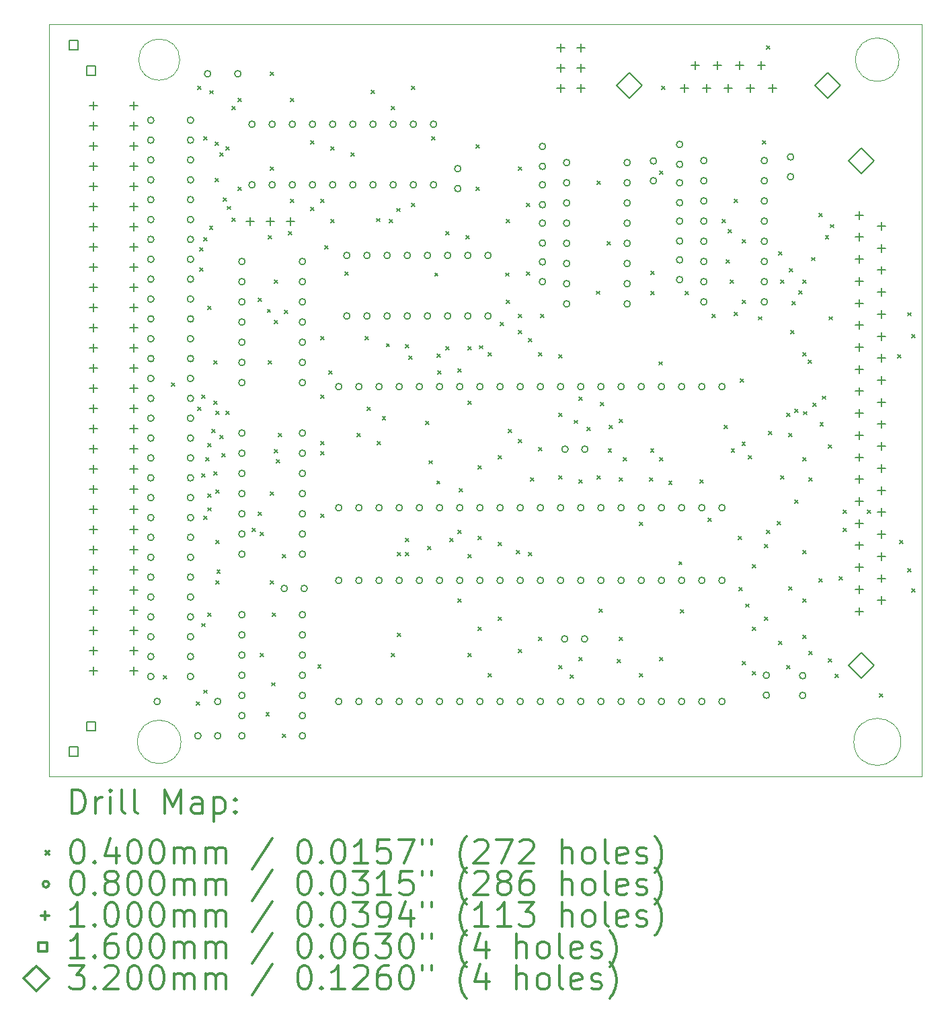
<source format=gbr>
%FSLAX45Y45*%
G04 Gerber Fmt 4.5, Leading zero omitted, Abs format (unit mm)*
G04 Created by KiCad (PCBNEW (5.1.10)-1) date 2025-03-09 14:00:57*
%MOMM*%
%LPD*%
G01*
G04 APERTURE LIST*
%TA.AperFunction,Profile*%
%ADD10C,0.050000*%
%TD*%
%ADD11C,0.200000*%
%ADD12C,0.300000*%
G04 APERTURE END LIST*
D10*
X16247412Y-13665200D02*
G75*
G03*
X16247412Y-13665200I-296212J0D01*
G01*
X16224766Y-5080000D02*
G75*
G03*
X16224766Y-5080000I-273566J0D01*
G01*
X7167830Y-5080000D02*
G75*
G03*
X7167830Y-5080000I-259030J0D01*
G01*
X5524500Y-4635500D02*
X16510000Y-4635500D01*
X7182366Y-13665200D02*
G75*
G03*
X7182366Y-13665200I-273566J0D01*
G01*
X16510000Y-4635500D02*
X16510000Y-14097000D01*
X16510000Y-14097000D02*
X5524500Y-14097000D01*
X5524500Y-14097000D02*
X5524500Y-4635500D01*
D11*
X6965000Y-12832400D02*
X7005000Y-12872400D01*
X7005000Y-12832400D02*
X6965000Y-12872400D01*
X7066600Y-9149400D02*
X7106600Y-9189400D01*
X7106600Y-9149400D02*
X7066600Y-9189400D01*
X7375400Y-13158600D02*
X7415400Y-13198600D01*
X7415400Y-13158600D02*
X7375400Y-13198600D01*
X7396800Y-5415600D02*
X7436800Y-5455600D01*
X7436800Y-5415600D02*
X7396800Y-5455600D01*
X7396800Y-9454200D02*
X7436800Y-9494200D01*
X7436800Y-9454200D02*
X7396800Y-9494200D01*
X7422200Y-7447600D02*
X7462200Y-7487600D01*
X7462200Y-7447600D02*
X7422200Y-7487600D01*
X7422200Y-7701600D02*
X7462200Y-7741600D01*
X7462200Y-7701600D02*
X7422200Y-7741600D01*
X7445100Y-12174500D02*
X7485100Y-12214500D01*
X7485100Y-12174500D02*
X7445100Y-12214500D01*
X7447600Y-9301800D02*
X7487600Y-9341800D01*
X7487600Y-9301800D02*
X7447600Y-9341800D01*
X7447600Y-10292400D02*
X7487600Y-10332400D01*
X7487600Y-10292400D02*
X7447600Y-10332400D01*
X7471600Y-7322000D02*
X7511600Y-7362000D01*
X7511600Y-7322000D02*
X7471600Y-7362000D01*
X7473000Y-6050600D02*
X7513000Y-6090600D01*
X7513000Y-6050600D02*
X7473000Y-6090600D01*
X7473000Y-10825800D02*
X7513000Y-10865800D01*
X7513000Y-10825800D02*
X7473000Y-10865800D01*
X7473000Y-13013800D02*
X7513000Y-13053800D01*
X7513000Y-13013800D02*
X7473000Y-13053800D01*
X7498400Y-10089200D02*
X7538400Y-10129200D01*
X7538400Y-10089200D02*
X7498400Y-10129200D01*
X7519100Y-10719500D02*
X7559100Y-10759500D01*
X7559100Y-10719500D02*
X7519100Y-10759500D01*
X7523800Y-8184200D02*
X7563800Y-8224200D01*
X7563800Y-8184200D02*
X7523800Y-8224200D01*
X7523800Y-9911400D02*
X7563800Y-9951400D01*
X7563800Y-9911400D02*
X7523800Y-9951400D01*
X7523800Y-10546400D02*
X7563800Y-10586400D01*
X7563800Y-10546400D02*
X7523800Y-10586400D01*
X7523800Y-12045000D02*
X7563800Y-12085000D01*
X7563800Y-12045000D02*
X7523800Y-12085000D01*
X7542900Y-7174500D02*
X7582900Y-7214500D01*
X7582900Y-7174500D02*
X7542900Y-7214500D01*
X7545500Y-5470100D02*
X7585500Y-5510100D01*
X7585500Y-5470100D02*
X7545500Y-5510100D01*
X7574600Y-9733600D02*
X7614600Y-9773600D01*
X7614600Y-9733600D02*
X7574600Y-9773600D01*
X7600000Y-8870000D02*
X7640000Y-8910000D01*
X7640000Y-8870000D02*
X7600000Y-8910000D01*
X7600000Y-9378000D02*
X7640000Y-9418000D01*
X7640000Y-9378000D02*
X7600000Y-9418000D01*
X7600000Y-10267000D02*
X7640000Y-10307000D01*
X7640000Y-10267000D02*
X7600000Y-10307000D01*
X7612000Y-6114800D02*
X7652000Y-6154800D01*
X7652000Y-6114800D02*
X7612000Y-6154800D01*
X7612000Y-6572000D02*
X7652000Y-6612000D01*
X7652000Y-6572000D02*
X7612000Y-6612000D01*
X7625400Y-9505000D02*
X7665400Y-9545000D01*
X7665400Y-9505000D02*
X7625400Y-9545000D01*
X7625400Y-10495600D02*
X7665400Y-10535600D01*
X7665400Y-10495600D02*
X7625400Y-10535600D01*
X7625400Y-11130600D02*
X7665400Y-11170600D01*
X7665400Y-11130600D02*
X7625400Y-11170600D01*
X7625400Y-11638600D02*
X7665400Y-11678600D01*
X7665400Y-11638600D02*
X7625400Y-11678600D01*
X7636300Y-11500700D02*
X7676300Y-11540700D01*
X7676300Y-11500700D02*
X7636300Y-11540700D01*
X7676200Y-6253800D02*
X7716200Y-6293800D01*
X7716200Y-6253800D02*
X7676200Y-6293800D01*
X7676200Y-9809800D02*
X7716200Y-9849800D01*
X7716200Y-9809800D02*
X7676200Y-9849800D01*
X7701600Y-10038400D02*
X7741600Y-10078400D01*
X7741600Y-10038400D02*
X7701600Y-10078400D01*
X7717600Y-6822000D02*
X7757600Y-6862000D01*
X7757600Y-6822000D02*
X7717600Y-6862000D01*
X7752400Y-6177600D02*
X7792400Y-6217600D01*
X7792400Y-6177600D02*
X7752400Y-6217600D01*
X7752400Y-9505000D02*
X7792400Y-9545000D01*
X7792400Y-9505000D02*
X7752400Y-9545000D01*
X7767500Y-6924500D02*
X7807500Y-6964500D01*
X7807500Y-6924500D02*
X7767500Y-6964500D01*
X7823200Y-7072000D02*
X7863200Y-7112000D01*
X7863200Y-7072000D02*
X7823200Y-7112000D01*
X7828600Y-5669600D02*
X7868600Y-5709600D01*
X7868600Y-5669600D02*
X7828600Y-5709600D01*
X7904800Y-5568000D02*
X7944800Y-5608000D01*
X7944800Y-5568000D02*
X7904800Y-5608000D01*
X7904800Y-6685600D02*
X7944800Y-6725600D01*
X7944800Y-6685600D02*
X7904800Y-6725600D01*
X8082600Y-10978200D02*
X8122600Y-11018200D01*
X8122600Y-10978200D02*
X8082600Y-11018200D01*
X8158800Y-8082600D02*
X8198800Y-8122600D01*
X8198800Y-8082600D02*
X8158800Y-8122600D01*
X8158800Y-10775000D02*
X8198800Y-10815000D01*
X8198800Y-10775000D02*
X8158800Y-10815000D01*
X8184200Y-11029000D02*
X8224200Y-11069000D01*
X8224200Y-11029000D02*
X8184200Y-11069000D01*
X8184200Y-12553000D02*
X8224200Y-12593000D01*
X8224200Y-12553000D02*
X8184200Y-12593000D01*
X8253199Y-13296801D02*
X8293199Y-13336801D01*
X8293199Y-13296801D02*
X8253199Y-13336801D01*
X8271301Y-8220501D02*
X8311301Y-8260501D01*
X8311301Y-8220501D02*
X8271301Y-8260501D01*
X8285800Y-7295200D02*
X8325800Y-7335200D01*
X8325800Y-7295200D02*
X8285800Y-7335200D01*
X8285800Y-8870000D02*
X8325800Y-8910000D01*
X8325800Y-8870000D02*
X8285800Y-8910000D01*
X8311200Y-5237800D02*
X8351200Y-5277800D01*
X8351200Y-5237800D02*
X8311200Y-5277800D01*
X8311200Y-6431600D02*
X8351200Y-6471600D01*
X8351200Y-6431600D02*
X8311200Y-6471600D01*
X8311200Y-10521000D02*
X8351200Y-10561000D01*
X8351200Y-10521000D02*
X8311200Y-10561000D01*
X8311200Y-11638600D02*
X8351200Y-11678600D01*
X8351200Y-11638600D02*
X8311200Y-11678600D01*
X8325699Y-12919501D02*
X8365699Y-12959501D01*
X8365699Y-12919501D02*
X8325699Y-12959501D01*
X8336600Y-12045000D02*
X8376600Y-12085000D01*
X8376600Y-12045000D02*
X8336600Y-12085000D01*
X8362000Y-7854000D02*
X8402000Y-7894000D01*
X8402000Y-7854000D02*
X8362000Y-7894000D01*
X8362000Y-8362000D02*
X8402000Y-8402000D01*
X8402000Y-8362000D02*
X8362000Y-8402000D01*
X8362000Y-9987600D02*
X8402000Y-10027600D01*
X8402000Y-9987600D02*
X8362000Y-10027600D01*
X8387400Y-10114600D02*
X8427400Y-10154600D01*
X8427400Y-10114600D02*
X8387400Y-10154600D01*
X8412800Y-9784400D02*
X8452800Y-9824400D01*
X8452800Y-9784400D02*
X8412800Y-9824400D01*
X8463600Y-11308400D02*
X8503600Y-11348400D01*
X8503600Y-11308400D02*
X8463600Y-11348400D01*
X8463600Y-13569000D02*
X8503600Y-13609000D01*
X8503600Y-13569000D02*
X8463600Y-13609000D01*
X8489000Y-8235000D02*
X8529000Y-8275000D01*
X8529000Y-8235000D02*
X8489000Y-8275000D01*
X8539800Y-7244400D02*
X8579800Y-7284400D01*
X8579800Y-7244400D02*
X8539800Y-7284400D01*
X8565200Y-5568000D02*
X8605200Y-5608000D01*
X8605200Y-5568000D02*
X8565200Y-5608000D01*
X8565200Y-6838000D02*
X8605200Y-6878000D01*
X8605200Y-6838000D02*
X8565200Y-6878000D01*
X8819200Y-6101400D02*
X8859200Y-6141400D01*
X8859200Y-6101400D02*
X8819200Y-6141400D01*
X8819200Y-6939600D02*
X8859200Y-6979600D01*
X8859200Y-6939600D02*
X8819200Y-6979600D01*
X8906301Y-12694499D02*
X8946301Y-12734499D01*
X8946301Y-12694499D02*
X8906301Y-12734499D01*
X8946200Y-6838000D02*
X8986200Y-6878000D01*
X8986200Y-6838000D02*
X8946200Y-6878000D01*
X8946200Y-8565200D02*
X8986200Y-8605200D01*
X8986200Y-8565200D02*
X8946200Y-8605200D01*
X8946200Y-9301800D02*
X8986200Y-9341800D01*
X8986200Y-9301800D02*
X8946200Y-9341800D01*
X8946200Y-9886000D02*
X8986200Y-9926000D01*
X8986200Y-9886000D02*
X8946200Y-9926000D01*
X8946200Y-10013000D02*
X8986200Y-10053000D01*
X8986200Y-10013000D02*
X8946200Y-10053000D01*
X8946200Y-10800400D02*
X8986200Y-10840400D01*
X8986200Y-10800400D02*
X8946200Y-10840400D01*
X8997000Y-7422200D02*
X9037000Y-7462200D01*
X9037000Y-7422200D02*
X8997000Y-7462200D01*
X9047800Y-8997000D02*
X9087800Y-9037000D01*
X9087800Y-8997000D02*
X9047800Y-9037000D01*
X9073200Y-6177600D02*
X9113200Y-6217600D01*
X9113200Y-6177600D02*
X9073200Y-6217600D01*
X9073200Y-7092000D02*
X9113200Y-7132000D01*
X9113200Y-7092000D02*
X9073200Y-7132000D01*
X9251000Y-7752400D02*
X9291000Y-7792400D01*
X9291000Y-7752400D02*
X9251000Y-7792400D01*
X9327200Y-6253800D02*
X9367200Y-6293800D01*
X9367200Y-6253800D02*
X9327200Y-6293800D01*
X9403400Y-9784400D02*
X9443400Y-9824400D01*
X9443400Y-9784400D02*
X9403400Y-9824400D01*
X9505000Y-8565200D02*
X9545000Y-8605200D01*
X9545000Y-8565200D02*
X9505000Y-8605200D01*
X9530400Y-9454200D02*
X9570400Y-9494200D01*
X9570400Y-9454200D02*
X9530400Y-9494200D01*
X9581200Y-5466400D02*
X9621200Y-5506400D01*
X9621200Y-5466400D02*
X9581200Y-5506400D01*
X9646499Y-7077501D02*
X9686499Y-7117501D01*
X9686499Y-7077501D02*
X9646499Y-7117501D01*
X9657400Y-9886000D02*
X9697400Y-9926000D01*
X9697400Y-9886000D02*
X9657400Y-9926000D01*
X9717400Y-9572000D02*
X9757400Y-9612000D01*
X9757400Y-9572000D02*
X9717400Y-9612000D01*
X9769900Y-8652300D02*
X9809900Y-8692300D01*
X9809900Y-8652300D02*
X9769900Y-8692300D01*
X9809800Y-7092000D02*
X9849800Y-7132000D01*
X9849800Y-7092000D02*
X9809800Y-7132000D01*
X9835200Y-5669600D02*
X9875200Y-5709600D01*
X9875200Y-5669600D02*
X9835200Y-5709600D01*
X9835200Y-12553000D02*
X9875200Y-12593000D01*
X9875200Y-12553000D02*
X9835200Y-12593000D01*
X9900499Y-6950501D02*
X9940499Y-6990501D01*
X9940499Y-6950501D02*
X9900499Y-6990501D01*
X9911400Y-11283000D02*
X9951400Y-11323000D01*
X9951400Y-11283000D02*
X9911400Y-11323000D01*
X9911400Y-12299000D02*
X9951400Y-12339000D01*
X9951400Y-12299000D02*
X9911400Y-12339000D01*
X10013000Y-8666800D02*
X10053000Y-8706800D01*
X10053000Y-8666800D02*
X10013000Y-8706800D01*
X10013000Y-11105200D02*
X10053000Y-11145200D01*
X10053000Y-11105200D02*
X10013000Y-11145200D01*
X10013000Y-11283000D02*
X10053000Y-11323000D01*
X10053000Y-11283000D02*
X10013000Y-11323000D01*
X10052900Y-8808300D02*
X10092900Y-8848300D01*
X10092900Y-8808300D02*
X10052900Y-8848300D01*
X10089200Y-5415600D02*
X10129200Y-5455600D01*
X10129200Y-5415600D02*
X10089200Y-5455600D01*
X10089200Y-6888800D02*
X10129200Y-6928800D01*
X10129200Y-6888800D02*
X10089200Y-6928800D01*
X10267000Y-9632000D02*
X10307000Y-9672000D01*
X10307000Y-9632000D02*
X10267000Y-9672000D01*
X10292400Y-11206800D02*
X10332400Y-11246800D01*
X10332400Y-11206800D02*
X10292400Y-11246800D01*
X10306900Y-10125500D02*
X10346900Y-10165500D01*
X10346900Y-10125500D02*
X10306900Y-10165500D01*
X10343200Y-6050600D02*
X10383200Y-6090600D01*
X10383200Y-6050600D02*
X10343200Y-6090600D01*
X10379501Y-7763301D02*
X10419501Y-7803301D01*
X10419501Y-7763301D02*
X10379501Y-7803301D01*
X10404901Y-10379501D02*
X10444901Y-10419501D01*
X10444901Y-10379501D02*
X10404901Y-10419501D01*
X10408499Y-8782899D02*
X10448499Y-8822899D01*
X10448499Y-8782899D02*
X10408499Y-8822899D01*
X10419400Y-8997000D02*
X10459400Y-9037000D01*
X10459400Y-8997000D02*
X10419400Y-9037000D01*
X10521000Y-7244400D02*
X10561000Y-7284400D01*
X10561000Y-7244400D02*
X10521000Y-7284400D01*
X10521000Y-8692200D02*
X10561000Y-8732200D01*
X10561000Y-8692200D02*
X10521000Y-8732200D01*
X10571800Y-11105200D02*
X10611800Y-11145200D01*
X10611800Y-11105200D02*
X10571800Y-11145200D01*
X10673400Y-8971600D02*
X10713400Y-9011600D01*
X10713400Y-8971600D02*
X10673400Y-9011600D01*
X10673400Y-11003600D02*
X10713400Y-11043600D01*
X10713400Y-11003600D02*
X10673400Y-11043600D01*
X10673400Y-11867200D02*
X10713400Y-11907200D01*
X10713400Y-11867200D02*
X10673400Y-11907200D01*
X10690700Y-10478300D02*
X10730700Y-10518300D01*
X10730700Y-10478300D02*
X10690700Y-10518300D01*
X10775000Y-7295200D02*
X10815000Y-7335200D01*
X10815000Y-7295200D02*
X10775000Y-7335200D01*
X10800400Y-8692200D02*
X10840400Y-8732200D01*
X10840400Y-8692200D02*
X10800400Y-8732200D01*
X10800400Y-9378000D02*
X10840400Y-9418000D01*
X10840400Y-9378000D02*
X10800400Y-9418000D01*
X10800400Y-11308400D02*
X10840400Y-11348400D01*
X10840400Y-11308400D02*
X10800400Y-11348400D01*
X10800400Y-12553000D02*
X10840400Y-12593000D01*
X10840400Y-12553000D02*
X10800400Y-12593000D01*
X10898000Y-6681600D02*
X10938000Y-6721600D01*
X10938000Y-6681600D02*
X10898000Y-6721600D01*
X10902000Y-6152200D02*
X10942000Y-6192200D01*
X10942000Y-6152200D02*
X10902000Y-6192200D01*
X10927400Y-10190800D02*
X10967400Y-10230800D01*
X10967400Y-10190800D02*
X10927400Y-10230800D01*
X10927400Y-11079800D02*
X10967400Y-11119800D01*
X10967400Y-11079800D02*
X10927400Y-11119800D01*
X10927400Y-12222800D02*
X10967400Y-12262800D01*
X10967400Y-12222800D02*
X10927400Y-12262800D01*
X10941800Y-8677800D02*
X10981800Y-8717800D01*
X10981800Y-8677800D02*
X10941800Y-8717800D01*
X11054400Y-8768400D02*
X11094400Y-8808400D01*
X11094400Y-8768400D02*
X11054400Y-8808400D01*
X11054400Y-12807000D02*
X11094400Y-12847000D01*
X11094400Y-12807000D02*
X11054400Y-12847000D01*
X11181400Y-10063800D02*
X11221400Y-10103800D01*
X11221400Y-10063800D02*
X11181400Y-10103800D01*
X11181400Y-11156000D02*
X11221400Y-11196000D01*
X11221400Y-11156000D02*
X11181400Y-11196000D01*
X11181400Y-12095800D02*
X11221400Y-12135800D01*
X11221400Y-12095800D02*
X11181400Y-12135800D01*
X11206800Y-8387400D02*
X11246800Y-8427400D01*
X11246800Y-8387400D02*
X11206800Y-8427400D01*
X11272099Y-7763301D02*
X11312099Y-7803301D01*
X11312099Y-7763301D02*
X11272099Y-7803301D01*
X11283000Y-7092000D02*
X11323000Y-7132000D01*
X11323000Y-7092000D02*
X11283000Y-7132000D01*
X11283000Y-8108000D02*
X11323000Y-8148000D01*
X11323000Y-8108000D02*
X11283000Y-8148000D01*
X11308400Y-9733600D02*
X11348400Y-9773600D01*
X11348400Y-9733600D02*
X11308400Y-9773600D01*
X11410000Y-11257600D02*
X11450000Y-11297600D01*
X11450000Y-11257600D02*
X11410000Y-11297600D01*
X11435400Y-6431600D02*
X11475400Y-6471600D01*
X11475400Y-6431600D02*
X11435400Y-6471600D01*
X11435400Y-8285800D02*
X11475400Y-8325800D01*
X11475400Y-8285800D02*
X11435400Y-8325800D01*
X11435400Y-8489000D02*
X11475400Y-8529000D01*
X11475400Y-8489000D02*
X11435400Y-8529000D01*
X11435400Y-9860600D02*
X11475400Y-9900600D01*
X11475400Y-9860600D02*
X11435400Y-9900600D01*
X11435400Y-12502200D02*
X11475400Y-12542200D01*
X11475400Y-12502200D02*
X11435400Y-12542200D01*
X11537000Y-6888800D02*
X11577000Y-6928800D01*
X11577000Y-6888800D02*
X11537000Y-6928800D01*
X11537000Y-7752400D02*
X11577000Y-7792400D01*
X11577000Y-7752400D02*
X11537000Y-7792400D01*
X11562400Y-8590600D02*
X11602400Y-8630600D01*
X11602400Y-8590600D02*
X11562400Y-8630600D01*
X11562400Y-11283000D02*
X11602400Y-11323000D01*
X11602400Y-11283000D02*
X11562400Y-11323000D01*
X11587800Y-10343200D02*
X11627800Y-10383200D01*
X11627800Y-10343200D02*
X11587800Y-10383200D01*
X11689400Y-8768400D02*
X11729400Y-8808400D01*
X11729400Y-8768400D02*
X11689400Y-8808400D01*
X11689400Y-9962200D02*
X11729400Y-10002200D01*
X11729400Y-9962200D02*
X11689400Y-10002200D01*
X11689400Y-12349800D02*
X11729400Y-12389800D01*
X11729400Y-12349800D02*
X11689400Y-12389800D01*
X11714800Y-8285800D02*
X11754800Y-8325800D01*
X11754800Y-8285800D02*
X11714800Y-8325800D01*
X11943400Y-8793800D02*
X11983400Y-8833800D01*
X11983400Y-8793800D02*
X11943400Y-8833800D01*
X11943400Y-9530400D02*
X11983400Y-9570400D01*
X11983400Y-9530400D02*
X11943400Y-9570400D01*
X11943400Y-10317800D02*
X11983400Y-10357800D01*
X11983400Y-10317800D02*
X11943400Y-10357800D01*
X11943400Y-12705400D02*
X11983400Y-12745400D01*
X11983400Y-12705400D02*
X11943400Y-12745400D01*
X12083100Y-12819700D02*
X12123100Y-12859700D01*
X12123100Y-12819700D02*
X12083100Y-12859700D01*
X12135700Y-9617500D02*
X12175700Y-9657500D01*
X12175700Y-9617500D02*
X12135700Y-9657500D01*
X12197400Y-9327200D02*
X12237400Y-9367200D01*
X12237400Y-9327200D02*
X12197400Y-9367200D01*
X12197400Y-10368600D02*
X12237400Y-10408600D01*
X12237400Y-10368600D02*
X12197400Y-10408600D01*
X12197400Y-12603800D02*
X12237400Y-12643800D01*
X12237400Y-12603800D02*
X12197400Y-12643800D01*
X12299000Y-9708200D02*
X12339000Y-9748200D01*
X12339000Y-9708200D02*
X12299000Y-9748200D01*
X12415099Y-7991901D02*
X12455099Y-8031901D01*
X12455099Y-7991901D02*
X12415099Y-8031901D01*
X12426000Y-6609400D02*
X12466000Y-6649400D01*
X12466000Y-6609400D02*
X12426000Y-6649400D01*
X12426000Y-10317800D02*
X12466000Y-10357800D01*
X12466000Y-10317800D02*
X12426000Y-10357800D01*
X12451400Y-11994200D02*
X12491400Y-12034200D01*
X12491400Y-11994200D02*
X12451400Y-12034200D01*
X12464100Y-9390700D02*
X12504100Y-9430700D01*
X12504100Y-9390700D02*
X12464100Y-9430700D01*
X12553000Y-7371400D02*
X12593000Y-7411400D01*
X12593000Y-7371400D02*
X12553000Y-7411400D01*
X12563900Y-9976700D02*
X12603900Y-10016700D01*
X12603900Y-9976700D02*
X12563900Y-10016700D01*
X12578400Y-9682800D02*
X12618400Y-9722800D01*
X12618400Y-9682800D02*
X12578400Y-9722800D01*
X12680000Y-12629200D02*
X12720000Y-12669200D01*
X12720000Y-12629200D02*
X12680000Y-12669200D01*
X12705400Y-9606600D02*
X12745400Y-9646600D01*
X12745400Y-9606600D02*
X12705400Y-9646600D01*
X12705400Y-10343200D02*
X12745400Y-10383200D01*
X12745400Y-10343200D02*
X12705400Y-10383200D01*
X12705400Y-12349800D02*
X12745400Y-12389800D01*
X12745400Y-12349800D02*
X12705400Y-12389800D01*
X12756200Y-10089200D02*
X12796200Y-10129200D01*
X12796200Y-10089200D02*
X12756200Y-10129200D01*
X12959400Y-10902000D02*
X12999400Y-10942000D01*
X12999400Y-10902000D02*
X12959400Y-10942000D01*
X12959400Y-12807000D02*
X12999400Y-12847000D01*
X12999400Y-12807000D02*
X12959400Y-12847000D01*
X13086400Y-10343200D02*
X13126400Y-10383200D01*
X13126400Y-10343200D02*
X13086400Y-10383200D01*
X13097200Y-9976800D02*
X13137200Y-10016800D01*
X13137200Y-9976800D02*
X13097200Y-10016800D01*
X13099100Y-7739700D02*
X13139100Y-7779700D01*
X13139100Y-7739700D02*
X13099100Y-7779700D01*
X13099100Y-7993700D02*
X13139100Y-8033700D01*
X13139100Y-7993700D02*
X13099100Y-8033700D01*
X13202600Y-8880800D02*
X13242600Y-8920800D01*
X13242600Y-8880800D02*
X13202600Y-8920800D01*
X13213400Y-6482400D02*
X13253400Y-6522400D01*
X13253400Y-6482400D02*
X13213400Y-6522400D01*
X13213400Y-10089200D02*
X13253400Y-10129200D01*
X13253400Y-10089200D02*
X13213400Y-10129200D01*
X13213400Y-12603800D02*
X13253400Y-12643800D01*
X13253400Y-12603800D02*
X13213400Y-12643800D01*
X13238800Y-5415600D02*
X13278800Y-5455600D01*
X13278800Y-5415600D02*
X13238800Y-5455600D01*
X13325900Y-10383100D02*
X13365900Y-10423100D01*
X13365900Y-10383100D02*
X13325900Y-10423100D01*
X13452901Y-11395501D02*
X13492901Y-11435501D01*
X13492901Y-11395501D02*
X13452901Y-11435501D01*
X13475000Y-12001800D02*
X13515000Y-12041800D01*
X13515000Y-12001800D02*
X13475000Y-12041800D01*
X13530900Y-7993700D02*
X13570900Y-8033700D01*
X13570900Y-7993700D02*
X13530900Y-8033700D01*
X13721400Y-10368600D02*
X13761400Y-10408600D01*
X13761400Y-10368600D02*
X13721400Y-10408600D01*
X13823000Y-10851200D02*
X13863000Y-10891200D01*
X13863000Y-10851200D02*
X13823000Y-10891200D01*
X13873800Y-8285800D02*
X13913800Y-8325800D01*
X13913800Y-8285800D02*
X13873800Y-8325800D01*
X14000800Y-7092000D02*
X14040800Y-7132000D01*
X14040800Y-7092000D02*
X14000800Y-7132000D01*
X14026200Y-9682800D02*
X14066200Y-9722800D01*
X14066200Y-9682800D02*
X14026200Y-9722800D01*
X14051600Y-7600000D02*
X14091600Y-7640000D01*
X14091600Y-7600000D02*
X14051600Y-7640000D01*
X14077000Y-7219000D02*
X14117000Y-7259000D01*
X14117000Y-7219000D02*
X14077000Y-7259000D01*
X14102400Y-7854000D02*
X14142400Y-7894000D01*
X14142400Y-7854000D02*
X14102400Y-7894000D01*
X14113200Y-9976800D02*
X14153200Y-10016800D01*
X14153200Y-9976800D02*
X14113200Y-10016800D01*
X14153200Y-6838000D02*
X14193200Y-6878000D01*
X14193200Y-6838000D02*
X14153200Y-6878000D01*
X14153200Y-8260400D02*
X14193200Y-8300400D01*
X14193200Y-8260400D02*
X14153200Y-8300400D01*
X14204000Y-11079800D02*
X14244000Y-11119800D01*
X14244000Y-11079800D02*
X14204000Y-11119800D01*
X14211600Y-11722400D02*
X14251600Y-11762400D01*
X14251600Y-11722400D02*
X14211600Y-11762400D01*
X14229400Y-9098600D02*
X14269400Y-9138600D01*
X14269400Y-9098600D02*
X14229400Y-9138600D01*
X14249001Y-9891799D02*
X14289001Y-9931799D01*
X14289001Y-9891799D02*
X14249001Y-9931799D01*
X14254800Y-7346000D02*
X14294800Y-7386000D01*
X14294800Y-7346000D02*
X14254800Y-7386000D01*
X14254800Y-8108000D02*
X14294800Y-8148000D01*
X14294800Y-8108000D02*
X14254800Y-8148000D01*
X14254800Y-12654600D02*
X14294800Y-12694600D01*
X14294800Y-12654600D02*
X14254800Y-12694600D01*
X14294300Y-11929300D02*
X14334300Y-11969300D01*
X14334300Y-11929300D02*
X14294300Y-11969300D01*
X14331000Y-10063800D02*
X14371000Y-10103800D01*
X14371000Y-10063800D02*
X14331000Y-10103800D01*
X14381800Y-11435400D02*
X14421800Y-11475400D01*
X14421800Y-11435400D02*
X14381800Y-11475400D01*
X14381800Y-12222800D02*
X14421800Y-12262800D01*
X14421800Y-12222800D02*
X14381800Y-12262800D01*
X14381800Y-12781600D02*
X14421800Y-12821600D01*
X14421800Y-12781600D02*
X14381800Y-12821600D01*
X14454300Y-8314900D02*
X14494300Y-8354900D01*
X14494300Y-8314900D02*
X14454300Y-8354900D01*
X14508800Y-6101400D02*
X14548800Y-6141400D01*
X14548800Y-6101400D02*
X14508800Y-6141400D01*
X14534200Y-11181400D02*
X14574200Y-11221400D01*
X14574200Y-11181400D02*
X14534200Y-11221400D01*
X14534200Y-12095800D02*
X14574200Y-12135800D01*
X14574200Y-12095800D02*
X14534200Y-12135800D01*
X14559600Y-4907600D02*
X14599600Y-4947600D01*
X14599600Y-4907600D02*
X14559600Y-4947600D01*
X14559600Y-11003600D02*
X14599600Y-11043600D01*
X14599600Y-11003600D02*
X14559600Y-11043600D01*
X14585000Y-9759000D02*
X14625000Y-9799000D01*
X14625000Y-9759000D02*
X14585000Y-9799000D01*
X14694800Y-10893800D02*
X14734800Y-10933800D01*
X14734800Y-10893800D02*
X14694800Y-10933800D01*
X14712000Y-7498400D02*
X14752000Y-7538400D01*
X14752000Y-7498400D02*
X14712000Y-7538400D01*
X14712000Y-12400600D02*
X14752000Y-12440600D01*
X14752000Y-12400600D02*
X14712000Y-12440600D01*
X14737400Y-7854000D02*
X14777400Y-7894000D01*
X14777400Y-7854000D02*
X14737400Y-7894000D01*
X14737400Y-10317800D02*
X14777400Y-10357800D01*
X14777400Y-10317800D02*
X14737400Y-10357800D01*
X14813600Y-9530400D02*
X14853600Y-9570400D01*
X14853600Y-9530400D02*
X14813600Y-9570400D01*
X14813600Y-12705400D02*
X14853600Y-12745400D01*
X14853600Y-12705400D02*
X14813600Y-12745400D01*
X14839000Y-9784400D02*
X14879000Y-9824400D01*
X14879000Y-9784400D02*
X14839000Y-9824400D01*
X14839000Y-11714800D02*
X14879000Y-11754800D01*
X14879000Y-11714800D02*
X14839000Y-11754800D01*
X14845700Y-7708300D02*
X14885700Y-7748300D01*
X14885700Y-7708300D02*
X14845700Y-7748300D01*
X14864400Y-8489000D02*
X14904400Y-8529000D01*
X14904400Y-8489000D02*
X14864400Y-8529000D01*
X14880200Y-8123800D02*
X14920200Y-8163800D01*
X14920200Y-8123800D02*
X14880200Y-8163800D01*
X14915200Y-9479600D02*
X14955200Y-9519600D01*
X14955200Y-9479600D02*
X14915200Y-9519600D01*
X14915200Y-10622600D02*
X14955200Y-10662600D01*
X14955200Y-10622600D02*
X14915200Y-10662600D01*
X14961700Y-7985300D02*
X15001700Y-8025300D01*
X15001700Y-7985300D02*
X14961700Y-8025300D01*
X15016800Y-7854000D02*
X15056800Y-7894000D01*
X15056800Y-7854000D02*
X15016800Y-7894000D01*
X15016800Y-8768400D02*
X15056800Y-8808400D01*
X15056800Y-8768400D02*
X15016800Y-8808400D01*
X15016800Y-10089200D02*
X15056800Y-10129200D01*
X15056800Y-10089200D02*
X15016800Y-10129200D01*
X15016800Y-11257600D02*
X15056800Y-11297600D01*
X15056800Y-11257600D02*
X15016800Y-11297600D01*
X15016800Y-11867200D02*
X15056800Y-11907200D01*
X15056800Y-11867200D02*
X15016800Y-11907200D01*
X15016800Y-12324400D02*
X15056800Y-12364400D01*
X15056800Y-12324400D02*
X15016800Y-12364400D01*
X15020600Y-9508800D02*
X15060600Y-9548800D01*
X15060600Y-9508800D02*
X15020600Y-9548800D01*
X15080300Y-8857300D02*
X15120300Y-8897300D01*
X15120300Y-8857300D02*
X15080300Y-8897300D01*
X15093000Y-10343200D02*
X15133000Y-10383200D01*
X15133000Y-10343200D02*
X15093000Y-10383200D01*
X15093000Y-12527600D02*
X15133000Y-12567600D01*
X15133000Y-12527600D02*
X15093000Y-12567600D01*
X15123200Y-7569800D02*
X15163200Y-7609800D01*
X15163200Y-7569800D02*
X15123200Y-7609800D01*
X15143800Y-9403400D02*
X15183800Y-9443400D01*
X15183800Y-9403400D02*
X15143800Y-9443400D01*
X15220000Y-7015800D02*
X15260000Y-7055800D01*
X15260000Y-7015800D02*
X15220000Y-7055800D01*
X15220000Y-11613200D02*
X15260000Y-11653200D01*
X15260000Y-11613200D02*
X15220000Y-11653200D01*
X15230100Y-9647300D02*
X15270100Y-9687300D01*
X15270100Y-9647300D02*
X15230100Y-9687300D01*
X15258600Y-9314000D02*
X15298600Y-9354000D01*
X15298600Y-9314000D02*
X15258600Y-9354000D01*
X15298600Y-7292800D02*
X15338600Y-7332800D01*
X15338600Y-7292800D02*
X15298600Y-7332800D01*
X15334500Y-9924300D02*
X15374500Y-9964300D01*
X15374500Y-9924300D02*
X15334500Y-9964300D01*
X15334500Y-12616700D02*
X15374500Y-12656700D01*
X15374500Y-12616700D02*
X15334500Y-12656700D01*
X15343300Y-8314900D02*
X15383300Y-8354900D01*
X15383300Y-8314900D02*
X15343300Y-8354900D01*
X15358500Y-7154300D02*
X15398500Y-7194300D01*
X15398500Y-7154300D02*
X15358500Y-7194300D01*
X15419200Y-12811000D02*
X15459200Y-12851000D01*
X15459200Y-12811000D02*
X15419200Y-12851000D01*
X15474000Y-11587800D02*
X15514000Y-11627800D01*
X15514000Y-11587800D02*
X15474000Y-11627800D01*
X15524800Y-10749600D02*
X15564800Y-10789600D01*
X15564800Y-10749600D02*
X15524800Y-10789600D01*
X15524800Y-10978200D02*
X15564800Y-11018200D01*
X15564800Y-10978200D02*
X15524800Y-11018200D01*
X15829600Y-10749600D02*
X15869600Y-10789600D01*
X15869600Y-10749600D02*
X15829600Y-10789600D01*
X15982000Y-13061000D02*
X16022000Y-13101000D01*
X16022000Y-13061000D02*
X15982000Y-13101000D01*
X16210600Y-8793800D02*
X16250600Y-8833800D01*
X16250600Y-8793800D02*
X16210600Y-8833800D01*
X16236000Y-11130600D02*
X16276000Y-11170600D01*
X16276000Y-11130600D02*
X16236000Y-11170600D01*
X16335700Y-8262300D02*
X16375700Y-8302300D01*
X16375700Y-8262300D02*
X16335700Y-8302300D01*
X16337600Y-11486200D02*
X16377600Y-11526200D01*
X16377600Y-11486200D02*
X16337600Y-11526200D01*
X16388400Y-8539800D02*
X16428400Y-8579800D01*
X16428400Y-8539800D02*
X16388400Y-8579800D01*
X16388400Y-11740200D02*
X16428400Y-11780200D01*
X16428400Y-11740200D02*
X16388400Y-11780200D01*
X6842500Y-5842000D02*
G75*
G03*
X6842500Y-5842000I-40000J0D01*
G01*
X6842500Y-6092000D02*
G75*
G03*
X6842500Y-6092000I-40000J0D01*
G01*
X6842500Y-6342000D02*
G75*
G03*
X6842500Y-6342000I-40000J0D01*
G01*
X6842500Y-6592000D02*
G75*
G03*
X6842500Y-6592000I-40000J0D01*
G01*
X6842500Y-6842000D02*
G75*
G03*
X6842500Y-6842000I-40000J0D01*
G01*
X6842500Y-7092000D02*
G75*
G03*
X6842500Y-7092000I-40000J0D01*
G01*
X6842500Y-7342000D02*
G75*
G03*
X6842500Y-7342000I-40000J0D01*
G01*
X6842500Y-7592000D02*
G75*
G03*
X6842500Y-7592000I-40000J0D01*
G01*
X6842500Y-7842000D02*
G75*
G03*
X6842500Y-7842000I-40000J0D01*
G01*
X6842500Y-8092000D02*
G75*
G03*
X6842500Y-8092000I-40000J0D01*
G01*
X6842500Y-8342000D02*
G75*
G03*
X6842500Y-8342000I-40000J0D01*
G01*
X6842500Y-8592000D02*
G75*
G03*
X6842500Y-8592000I-40000J0D01*
G01*
X6842500Y-8842000D02*
G75*
G03*
X6842500Y-8842000I-40000J0D01*
G01*
X6842500Y-9092000D02*
G75*
G03*
X6842500Y-9092000I-40000J0D01*
G01*
X6842500Y-9342000D02*
G75*
G03*
X6842500Y-9342000I-40000J0D01*
G01*
X6842500Y-9592000D02*
G75*
G03*
X6842500Y-9592000I-40000J0D01*
G01*
X6842500Y-9842000D02*
G75*
G03*
X6842500Y-9842000I-40000J0D01*
G01*
X6842500Y-10092000D02*
G75*
G03*
X6842500Y-10092000I-40000J0D01*
G01*
X6842500Y-10342000D02*
G75*
G03*
X6842500Y-10342000I-40000J0D01*
G01*
X6842500Y-10592000D02*
G75*
G03*
X6842500Y-10592000I-40000J0D01*
G01*
X6842500Y-10842000D02*
G75*
G03*
X6842500Y-10842000I-40000J0D01*
G01*
X6842500Y-11092000D02*
G75*
G03*
X6842500Y-11092000I-40000J0D01*
G01*
X6842500Y-11342000D02*
G75*
G03*
X6842500Y-11342000I-40000J0D01*
G01*
X6842500Y-11592000D02*
G75*
G03*
X6842500Y-11592000I-40000J0D01*
G01*
X6842500Y-11842000D02*
G75*
G03*
X6842500Y-11842000I-40000J0D01*
G01*
X6842500Y-12092000D02*
G75*
G03*
X6842500Y-12092000I-40000J0D01*
G01*
X6842500Y-12342000D02*
G75*
G03*
X6842500Y-12342000I-40000J0D01*
G01*
X6842500Y-12592000D02*
G75*
G03*
X6842500Y-12592000I-40000J0D01*
G01*
X6842500Y-12842000D02*
G75*
G03*
X6842500Y-12842000I-40000J0D01*
G01*
X6923400Y-13157200D02*
G75*
G03*
X6923400Y-13157200I-40000J0D01*
G01*
X7342500Y-5842000D02*
G75*
G03*
X7342500Y-5842000I-40000J0D01*
G01*
X7342500Y-6092000D02*
G75*
G03*
X7342500Y-6092000I-40000J0D01*
G01*
X7342500Y-6342000D02*
G75*
G03*
X7342500Y-6342000I-40000J0D01*
G01*
X7342500Y-6592000D02*
G75*
G03*
X7342500Y-6592000I-40000J0D01*
G01*
X7342500Y-6842000D02*
G75*
G03*
X7342500Y-6842000I-40000J0D01*
G01*
X7342500Y-7092000D02*
G75*
G03*
X7342500Y-7092000I-40000J0D01*
G01*
X7342500Y-7342000D02*
G75*
G03*
X7342500Y-7342000I-40000J0D01*
G01*
X7342500Y-7592000D02*
G75*
G03*
X7342500Y-7592000I-40000J0D01*
G01*
X7342500Y-7842000D02*
G75*
G03*
X7342500Y-7842000I-40000J0D01*
G01*
X7342500Y-8092000D02*
G75*
G03*
X7342500Y-8092000I-40000J0D01*
G01*
X7342500Y-8342000D02*
G75*
G03*
X7342500Y-8342000I-40000J0D01*
G01*
X7342500Y-8592000D02*
G75*
G03*
X7342500Y-8592000I-40000J0D01*
G01*
X7342500Y-8842000D02*
G75*
G03*
X7342500Y-8842000I-40000J0D01*
G01*
X7342500Y-9092000D02*
G75*
G03*
X7342500Y-9092000I-40000J0D01*
G01*
X7342500Y-9342000D02*
G75*
G03*
X7342500Y-9342000I-40000J0D01*
G01*
X7342500Y-9592000D02*
G75*
G03*
X7342500Y-9592000I-40000J0D01*
G01*
X7342500Y-9842000D02*
G75*
G03*
X7342500Y-9842000I-40000J0D01*
G01*
X7342500Y-10092000D02*
G75*
G03*
X7342500Y-10092000I-40000J0D01*
G01*
X7342500Y-10342000D02*
G75*
G03*
X7342500Y-10342000I-40000J0D01*
G01*
X7342500Y-10592000D02*
G75*
G03*
X7342500Y-10592000I-40000J0D01*
G01*
X7342500Y-10842000D02*
G75*
G03*
X7342500Y-10842000I-40000J0D01*
G01*
X7342500Y-11092000D02*
G75*
G03*
X7342500Y-11092000I-40000J0D01*
G01*
X7342500Y-11342000D02*
G75*
G03*
X7342500Y-11342000I-40000J0D01*
G01*
X7342500Y-11592000D02*
G75*
G03*
X7342500Y-11592000I-40000J0D01*
G01*
X7342500Y-11842000D02*
G75*
G03*
X7342500Y-11842000I-40000J0D01*
G01*
X7342500Y-12092000D02*
G75*
G03*
X7342500Y-12092000I-40000J0D01*
G01*
X7342500Y-12342000D02*
G75*
G03*
X7342500Y-12342000I-40000J0D01*
G01*
X7342500Y-12592000D02*
G75*
G03*
X7342500Y-12592000I-40000J0D01*
G01*
X7342500Y-12842000D02*
G75*
G03*
X7342500Y-12842000I-40000J0D01*
G01*
X7435400Y-13589000D02*
G75*
G03*
X7435400Y-13589000I-40000J0D01*
G01*
X7558400Y-5257800D02*
G75*
G03*
X7558400Y-5257800I-40000J0D01*
G01*
X7685400Y-13157200D02*
G75*
G03*
X7685400Y-13157200I-40000J0D01*
G01*
X7685400Y-13589000D02*
G75*
G03*
X7685400Y-13589000I-40000J0D01*
G01*
X7938400Y-5257800D02*
G75*
G03*
X7938400Y-5257800I-40000J0D01*
G01*
X7990200Y-7620000D02*
G75*
G03*
X7990200Y-7620000I-40000J0D01*
G01*
X7990200Y-7874000D02*
G75*
G03*
X7990200Y-7874000I-40000J0D01*
G01*
X7990200Y-8128000D02*
G75*
G03*
X7990200Y-8128000I-40000J0D01*
G01*
X7990200Y-8382000D02*
G75*
G03*
X7990200Y-8382000I-40000J0D01*
G01*
X7990200Y-8636000D02*
G75*
G03*
X7990200Y-8636000I-40000J0D01*
G01*
X7990200Y-8890000D02*
G75*
G03*
X7990200Y-8890000I-40000J0D01*
G01*
X7990200Y-9144000D02*
G75*
G03*
X7990200Y-9144000I-40000J0D01*
G01*
X7990200Y-9779000D02*
G75*
G03*
X7990200Y-9779000I-40000J0D01*
G01*
X7990200Y-10033000D02*
G75*
G03*
X7990200Y-10033000I-40000J0D01*
G01*
X7990200Y-10287000D02*
G75*
G03*
X7990200Y-10287000I-40000J0D01*
G01*
X7990200Y-10541000D02*
G75*
G03*
X7990200Y-10541000I-40000J0D01*
G01*
X7990200Y-10795000D02*
G75*
G03*
X7990200Y-10795000I-40000J0D01*
G01*
X7990200Y-11049000D02*
G75*
G03*
X7990200Y-11049000I-40000J0D01*
G01*
X7990200Y-11303000D02*
G75*
G03*
X7990200Y-11303000I-40000J0D01*
G01*
X7990200Y-12065000D02*
G75*
G03*
X7990200Y-12065000I-40000J0D01*
G01*
X7990200Y-12319000D02*
G75*
G03*
X7990200Y-12319000I-40000J0D01*
G01*
X7990200Y-12573000D02*
G75*
G03*
X7990200Y-12573000I-40000J0D01*
G01*
X7990200Y-12827000D02*
G75*
G03*
X7990200Y-12827000I-40000J0D01*
G01*
X7990200Y-13081000D02*
G75*
G03*
X7990200Y-13081000I-40000J0D01*
G01*
X7990200Y-13335000D02*
G75*
G03*
X7990200Y-13335000I-40000J0D01*
G01*
X7990200Y-13589000D02*
G75*
G03*
X7990200Y-13589000I-40000J0D01*
G01*
X8117200Y-5892800D02*
G75*
G03*
X8117200Y-5892800I-40000J0D01*
G01*
X8117200Y-6654800D02*
G75*
G03*
X8117200Y-6654800I-40000J0D01*
G01*
X8371200Y-5892800D02*
G75*
G03*
X8371200Y-5892800I-40000J0D01*
G01*
X8371200Y-6654800D02*
G75*
G03*
X8371200Y-6654800I-40000J0D01*
G01*
X8523600Y-11734800D02*
G75*
G03*
X8523600Y-11734800I-40000J0D01*
G01*
X8625200Y-5892800D02*
G75*
G03*
X8625200Y-5892800I-40000J0D01*
G01*
X8625200Y-6654800D02*
G75*
G03*
X8625200Y-6654800I-40000J0D01*
G01*
X8752200Y-7620000D02*
G75*
G03*
X8752200Y-7620000I-40000J0D01*
G01*
X8752200Y-7874000D02*
G75*
G03*
X8752200Y-7874000I-40000J0D01*
G01*
X8752200Y-8128000D02*
G75*
G03*
X8752200Y-8128000I-40000J0D01*
G01*
X8752200Y-8382000D02*
G75*
G03*
X8752200Y-8382000I-40000J0D01*
G01*
X8752200Y-8636000D02*
G75*
G03*
X8752200Y-8636000I-40000J0D01*
G01*
X8752200Y-8890000D02*
G75*
G03*
X8752200Y-8890000I-40000J0D01*
G01*
X8752200Y-9144000D02*
G75*
G03*
X8752200Y-9144000I-40000J0D01*
G01*
X8752200Y-9779000D02*
G75*
G03*
X8752200Y-9779000I-40000J0D01*
G01*
X8752200Y-10033000D02*
G75*
G03*
X8752200Y-10033000I-40000J0D01*
G01*
X8752200Y-10287000D02*
G75*
G03*
X8752200Y-10287000I-40000J0D01*
G01*
X8752200Y-10541000D02*
G75*
G03*
X8752200Y-10541000I-40000J0D01*
G01*
X8752200Y-10795000D02*
G75*
G03*
X8752200Y-10795000I-40000J0D01*
G01*
X8752200Y-11049000D02*
G75*
G03*
X8752200Y-11049000I-40000J0D01*
G01*
X8752200Y-11303000D02*
G75*
G03*
X8752200Y-11303000I-40000J0D01*
G01*
X8752200Y-12065000D02*
G75*
G03*
X8752200Y-12065000I-40000J0D01*
G01*
X8752200Y-12319000D02*
G75*
G03*
X8752200Y-12319000I-40000J0D01*
G01*
X8752200Y-12573000D02*
G75*
G03*
X8752200Y-12573000I-40000J0D01*
G01*
X8752200Y-12827000D02*
G75*
G03*
X8752200Y-12827000I-40000J0D01*
G01*
X8752200Y-13081000D02*
G75*
G03*
X8752200Y-13081000I-40000J0D01*
G01*
X8752200Y-13335000D02*
G75*
G03*
X8752200Y-13335000I-40000J0D01*
G01*
X8752200Y-13589000D02*
G75*
G03*
X8752200Y-13589000I-40000J0D01*
G01*
X8773600Y-11734800D02*
G75*
G03*
X8773600Y-11734800I-40000J0D01*
G01*
X8879200Y-5892800D02*
G75*
G03*
X8879200Y-5892800I-40000J0D01*
G01*
X8879200Y-6654800D02*
G75*
G03*
X8879200Y-6654800I-40000J0D01*
G01*
X9133200Y-5892800D02*
G75*
G03*
X9133200Y-5892800I-40000J0D01*
G01*
X9133200Y-6654800D02*
G75*
G03*
X9133200Y-6654800I-40000J0D01*
G01*
X9209400Y-9194800D02*
G75*
G03*
X9209400Y-9194800I-40000J0D01*
G01*
X9209400Y-10718800D02*
G75*
G03*
X9209400Y-10718800I-40000J0D01*
G01*
X9209400Y-11633200D02*
G75*
G03*
X9209400Y-11633200I-40000J0D01*
G01*
X9209400Y-13157200D02*
G75*
G03*
X9209400Y-13157200I-40000J0D01*
G01*
X9311000Y-7543800D02*
G75*
G03*
X9311000Y-7543800I-40000J0D01*
G01*
X9311000Y-8305800D02*
G75*
G03*
X9311000Y-8305800I-40000J0D01*
G01*
X9387200Y-5892800D02*
G75*
G03*
X9387200Y-5892800I-40000J0D01*
G01*
X9387200Y-6654800D02*
G75*
G03*
X9387200Y-6654800I-40000J0D01*
G01*
X9463400Y-9194800D02*
G75*
G03*
X9463400Y-9194800I-40000J0D01*
G01*
X9463400Y-10718800D02*
G75*
G03*
X9463400Y-10718800I-40000J0D01*
G01*
X9463400Y-11633200D02*
G75*
G03*
X9463400Y-11633200I-40000J0D01*
G01*
X9463400Y-13157200D02*
G75*
G03*
X9463400Y-13157200I-40000J0D01*
G01*
X9565000Y-7543800D02*
G75*
G03*
X9565000Y-7543800I-40000J0D01*
G01*
X9565000Y-8305800D02*
G75*
G03*
X9565000Y-8305800I-40000J0D01*
G01*
X9641200Y-5892800D02*
G75*
G03*
X9641200Y-5892800I-40000J0D01*
G01*
X9641200Y-6654800D02*
G75*
G03*
X9641200Y-6654800I-40000J0D01*
G01*
X9717400Y-9194800D02*
G75*
G03*
X9717400Y-9194800I-40000J0D01*
G01*
X9717400Y-10718800D02*
G75*
G03*
X9717400Y-10718800I-40000J0D01*
G01*
X9717400Y-11633200D02*
G75*
G03*
X9717400Y-11633200I-40000J0D01*
G01*
X9717400Y-13157200D02*
G75*
G03*
X9717400Y-13157200I-40000J0D01*
G01*
X9819000Y-7543800D02*
G75*
G03*
X9819000Y-7543800I-40000J0D01*
G01*
X9819000Y-8305800D02*
G75*
G03*
X9819000Y-8305800I-40000J0D01*
G01*
X9895200Y-5892800D02*
G75*
G03*
X9895200Y-5892800I-40000J0D01*
G01*
X9895200Y-6654800D02*
G75*
G03*
X9895200Y-6654800I-40000J0D01*
G01*
X9971400Y-9194800D02*
G75*
G03*
X9971400Y-9194800I-40000J0D01*
G01*
X9971400Y-10718800D02*
G75*
G03*
X9971400Y-10718800I-40000J0D01*
G01*
X9971400Y-11633200D02*
G75*
G03*
X9971400Y-11633200I-40000J0D01*
G01*
X9971400Y-13157200D02*
G75*
G03*
X9971400Y-13157200I-40000J0D01*
G01*
X10073000Y-7543800D02*
G75*
G03*
X10073000Y-7543800I-40000J0D01*
G01*
X10073000Y-8305800D02*
G75*
G03*
X10073000Y-8305800I-40000J0D01*
G01*
X10149200Y-5892800D02*
G75*
G03*
X10149200Y-5892800I-40000J0D01*
G01*
X10149200Y-6654800D02*
G75*
G03*
X10149200Y-6654800I-40000J0D01*
G01*
X10225400Y-9194800D02*
G75*
G03*
X10225400Y-9194800I-40000J0D01*
G01*
X10225400Y-10718800D02*
G75*
G03*
X10225400Y-10718800I-40000J0D01*
G01*
X10225400Y-11633200D02*
G75*
G03*
X10225400Y-11633200I-40000J0D01*
G01*
X10225400Y-13157200D02*
G75*
G03*
X10225400Y-13157200I-40000J0D01*
G01*
X10327000Y-7543800D02*
G75*
G03*
X10327000Y-7543800I-40000J0D01*
G01*
X10327000Y-8305800D02*
G75*
G03*
X10327000Y-8305800I-40000J0D01*
G01*
X10403200Y-5892800D02*
G75*
G03*
X10403200Y-5892800I-40000J0D01*
G01*
X10403200Y-6654800D02*
G75*
G03*
X10403200Y-6654800I-40000J0D01*
G01*
X10479400Y-9194800D02*
G75*
G03*
X10479400Y-9194800I-40000J0D01*
G01*
X10479400Y-10718800D02*
G75*
G03*
X10479400Y-10718800I-40000J0D01*
G01*
X10479400Y-11633200D02*
G75*
G03*
X10479400Y-11633200I-40000J0D01*
G01*
X10479400Y-13157200D02*
G75*
G03*
X10479400Y-13157200I-40000J0D01*
G01*
X10581000Y-7543800D02*
G75*
G03*
X10581000Y-7543800I-40000J0D01*
G01*
X10581000Y-8305800D02*
G75*
G03*
X10581000Y-8305800I-40000J0D01*
G01*
X10708000Y-6451600D02*
G75*
G03*
X10708000Y-6451600I-40000J0D01*
G01*
X10708000Y-6701600D02*
G75*
G03*
X10708000Y-6701600I-40000J0D01*
G01*
X10733400Y-9194800D02*
G75*
G03*
X10733400Y-9194800I-40000J0D01*
G01*
X10733400Y-10718800D02*
G75*
G03*
X10733400Y-10718800I-40000J0D01*
G01*
X10733400Y-11633200D02*
G75*
G03*
X10733400Y-11633200I-40000J0D01*
G01*
X10733400Y-13157200D02*
G75*
G03*
X10733400Y-13157200I-40000J0D01*
G01*
X10835000Y-7543800D02*
G75*
G03*
X10835000Y-7543800I-40000J0D01*
G01*
X10835000Y-8305800D02*
G75*
G03*
X10835000Y-8305800I-40000J0D01*
G01*
X10987400Y-9194800D02*
G75*
G03*
X10987400Y-9194800I-40000J0D01*
G01*
X10987400Y-10718800D02*
G75*
G03*
X10987400Y-10718800I-40000J0D01*
G01*
X10987400Y-11633200D02*
G75*
G03*
X10987400Y-11633200I-40000J0D01*
G01*
X10987400Y-13157200D02*
G75*
G03*
X10987400Y-13157200I-40000J0D01*
G01*
X11089000Y-7543800D02*
G75*
G03*
X11089000Y-7543800I-40000J0D01*
G01*
X11089000Y-8305800D02*
G75*
G03*
X11089000Y-8305800I-40000J0D01*
G01*
X11241400Y-9194800D02*
G75*
G03*
X11241400Y-9194800I-40000J0D01*
G01*
X11241400Y-10718800D02*
G75*
G03*
X11241400Y-10718800I-40000J0D01*
G01*
X11241400Y-11633200D02*
G75*
G03*
X11241400Y-11633200I-40000J0D01*
G01*
X11241400Y-13157200D02*
G75*
G03*
X11241400Y-13157200I-40000J0D01*
G01*
X11495400Y-9194800D02*
G75*
G03*
X11495400Y-9194800I-40000J0D01*
G01*
X11495400Y-10718800D02*
G75*
G03*
X11495400Y-10718800I-40000J0D01*
G01*
X11495400Y-11633200D02*
G75*
G03*
X11495400Y-11633200I-40000J0D01*
G01*
X11495400Y-13157200D02*
G75*
G03*
X11495400Y-13157200I-40000J0D01*
G01*
X11749400Y-9194800D02*
G75*
G03*
X11749400Y-9194800I-40000J0D01*
G01*
X11749400Y-10718800D02*
G75*
G03*
X11749400Y-10718800I-40000J0D01*
G01*
X11749400Y-11633200D02*
G75*
G03*
X11749400Y-11633200I-40000J0D01*
G01*
X11749400Y-13157200D02*
G75*
G03*
X11749400Y-13157200I-40000J0D01*
G01*
X11774800Y-6172200D02*
G75*
G03*
X11774800Y-6172200I-40000J0D01*
G01*
X11774800Y-6422200D02*
G75*
G03*
X11774800Y-6422200I-40000J0D01*
G01*
X11774800Y-6654800D02*
G75*
G03*
X11774800Y-6654800I-40000J0D01*
G01*
X11774800Y-6904800D02*
G75*
G03*
X11774800Y-6904800I-40000J0D01*
G01*
X11774800Y-7137400D02*
G75*
G03*
X11774800Y-7137400I-40000J0D01*
G01*
X11774800Y-7387400D02*
G75*
G03*
X11774800Y-7387400I-40000J0D01*
G01*
X11774800Y-7624000D02*
G75*
G03*
X11774800Y-7624000I-40000J0D01*
G01*
X11774800Y-7874000D02*
G75*
G03*
X11774800Y-7874000I-40000J0D01*
G01*
X12003400Y-9194800D02*
G75*
G03*
X12003400Y-9194800I-40000J0D01*
G01*
X12003400Y-10718800D02*
G75*
G03*
X12003400Y-10718800I-40000J0D01*
G01*
X12003400Y-11633200D02*
G75*
G03*
X12003400Y-11633200I-40000J0D01*
G01*
X12003400Y-13157200D02*
G75*
G03*
X12003400Y-13157200I-40000J0D01*
G01*
X12054200Y-12369800D02*
G75*
G03*
X12054200Y-12369800I-40000J0D01*
G01*
X12058200Y-9982200D02*
G75*
G03*
X12058200Y-9982200I-40000J0D01*
G01*
X12079600Y-6375400D02*
G75*
G03*
X12079600Y-6375400I-40000J0D01*
G01*
X12079600Y-6629400D02*
G75*
G03*
X12079600Y-6629400I-40000J0D01*
G01*
X12079600Y-6883400D02*
G75*
G03*
X12079600Y-6883400I-40000J0D01*
G01*
X12079600Y-7137400D02*
G75*
G03*
X12079600Y-7137400I-40000J0D01*
G01*
X12079600Y-7391400D02*
G75*
G03*
X12079600Y-7391400I-40000J0D01*
G01*
X12079600Y-7645400D02*
G75*
G03*
X12079600Y-7645400I-40000J0D01*
G01*
X12079600Y-7899400D02*
G75*
G03*
X12079600Y-7899400I-40000J0D01*
G01*
X12079600Y-8153400D02*
G75*
G03*
X12079600Y-8153400I-40000J0D01*
G01*
X12257400Y-9194800D02*
G75*
G03*
X12257400Y-9194800I-40000J0D01*
G01*
X12257400Y-10718800D02*
G75*
G03*
X12257400Y-10718800I-40000J0D01*
G01*
X12257400Y-11633200D02*
G75*
G03*
X12257400Y-11633200I-40000J0D01*
G01*
X12257400Y-13157200D02*
G75*
G03*
X12257400Y-13157200I-40000J0D01*
G01*
X12304200Y-12369800D02*
G75*
G03*
X12304200Y-12369800I-40000J0D01*
G01*
X12308200Y-9982200D02*
G75*
G03*
X12308200Y-9982200I-40000J0D01*
G01*
X12511400Y-9194800D02*
G75*
G03*
X12511400Y-9194800I-40000J0D01*
G01*
X12511400Y-10718800D02*
G75*
G03*
X12511400Y-10718800I-40000J0D01*
G01*
X12511400Y-11633200D02*
G75*
G03*
X12511400Y-11633200I-40000J0D01*
G01*
X12511400Y-13157200D02*
G75*
G03*
X12511400Y-13157200I-40000J0D01*
G01*
X12765400Y-9194800D02*
G75*
G03*
X12765400Y-9194800I-40000J0D01*
G01*
X12765400Y-10718800D02*
G75*
G03*
X12765400Y-10718800I-40000J0D01*
G01*
X12765400Y-11633200D02*
G75*
G03*
X12765400Y-11633200I-40000J0D01*
G01*
X12765400Y-13157200D02*
G75*
G03*
X12765400Y-13157200I-40000J0D01*
G01*
X12841600Y-6375400D02*
G75*
G03*
X12841600Y-6375400I-40000J0D01*
G01*
X12841600Y-6629400D02*
G75*
G03*
X12841600Y-6629400I-40000J0D01*
G01*
X12841600Y-6883400D02*
G75*
G03*
X12841600Y-6883400I-40000J0D01*
G01*
X12841600Y-7137400D02*
G75*
G03*
X12841600Y-7137400I-40000J0D01*
G01*
X12841600Y-7391400D02*
G75*
G03*
X12841600Y-7391400I-40000J0D01*
G01*
X12841600Y-7645400D02*
G75*
G03*
X12841600Y-7645400I-40000J0D01*
G01*
X12841600Y-7899400D02*
G75*
G03*
X12841600Y-7899400I-40000J0D01*
G01*
X12841600Y-8153400D02*
G75*
G03*
X12841600Y-8153400I-40000J0D01*
G01*
X13019400Y-9194800D02*
G75*
G03*
X13019400Y-9194800I-40000J0D01*
G01*
X13019400Y-10718800D02*
G75*
G03*
X13019400Y-10718800I-40000J0D01*
G01*
X13019400Y-11633200D02*
G75*
G03*
X13019400Y-11633200I-40000J0D01*
G01*
X13019400Y-13157200D02*
G75*
G03*
X13019400Y-13157200I-40000J0D01*
G01*
X13171800Y-6354000D02*
G75*
G03*
X13171800Y-6354000I-40000J0D01*
G01*
X13171800Y-6604000D02*
G75*
G03*
X13171800Y-6604000I-40000J0D01*
G01*
X13273400Y-9194800D02*
G75*
G03*
X13273400Y-9194800I-40000J0D01*
G01*
X13273400Y-10718800D02*
G75*
G03*
X13273400Y-10718800I-40000J0D01*
G01*
X13273400Y-11633200D02*
G75*
G03*
X13273400Y-11633200I-40000J0D01*
G01*
X13273400Y-13157200D02*
G75*
G03*
X13273400Y-13157200I-40000J0D01*
G01*
X13502000Y-6146800D02*
G75*
G03*
X13502000Y-6146800I-40000J0D01*
G01*
X13502000Y-6396800D02*
G75*
G03*
X13502000Y-6396800I-40000J0D01*
G01*
X13502000Y-6629400D02*
G75*
G03*
X13502000Y-6629400I-40000J0D01*
G01*
X13502000Y-6879400D02*
G75*
G03*
X13502000Y-6879400I-40000J0D01*
G01*
X13502000Y-7112000D02*
G75*
G03*
X13502000Y-7112000I-40000J0D01*
G01*
X13502000Y-7362000D02*
G75*
G03*
X13502000Y-7362000I-40000J0D01*
G01*
X13502000Y-7598600D02*
G75*
G03*
X13502000Y-7598600I-40000J0D01*
G01*
X13502000Y-7848600D02*
G75*
G03*
X13502000Y-7848600I-40000J0D01*
G01*
X13527400Y-9194800D02*
G75*
G03*
X13527400Y-9194800I-40000J0D01*
G01*
X13527400Y-10718800D02*
G75*
G03*
X13527400Y-10718800I-40000J0D01*
G01*
X13527400Y-11633200D02*
G75*
G03*
X13527400Y-11633200I-40000J0D01*
G01*
X13527400Y-13157200D02*
G75*
G03*
X13527400Y-13157200I-40000J0D01*
G01*
X13781400Y-9194800D02*
G75*
G03*
X13781400Y-9194800I-40000J0D01*
G01*
X13781400Y-10718800D02*
G75*
G03*
X13781400Y-10718800I-40000J0D01*
G01*
X13781400Y-11633200D02*
G75*
G03*
X13781400Y-11633200I-40000J0D01*
G01*
X13781400Y-13157200D02*
G75*
G03*
X13781400Y-13157200I-40000J0D01*
G01*
X13806800Y-6350000D02*
G75*
G03*
X13806800Y-6350000I-40000J0D01*
G01*
X13806800Y-6604000D02*
G75*
G03*
X13806800Y-6604000I-40000J0D01*
G01*
X13806800Y-6858000D02*
G75*
G03*
X13806800Y-6858000I-40000J0D01*
G01*
X13806800Y-7112000D02*
G75*
G03*
X13806800Y-7112000I-40000J0D01*
G01*
X13806800Y-7366000D02*
G75*
G03*
X13806800Y-7366000I-40000J0D01*
G01*
X13806800Y-7620000D02*
G75*
G03*
X13806800Y-7620000I-40000J0D01*
G01*
X13806800Y-7874000D02*
G75*
G03*
X13806800Y-7874000I-40000J0D01*
G01*
X13806800Y-8128000D02*
G75*
G03*
X13806800Y-8128000I-40000J0D01*
G01*
X14035400Y-9194800D02*
G75*
G03*
X14035400Y-9194800I-40000J0D01*
G01*
X14035400Y-10718800D02*
G75*
G03*
X14035400Y-10718800I-40000J0D01*
G01*
X14035400Y-11633200D02*
G75*
G03*
X14035400Y-11633200I-40000J0D01*
G01*
X14035400Y-13157200D02*
G75*
G03*
X14035400Y-13157200I-40000J0D01*
G01*
X14568800Y-6350000D02*
G75*
G03*
X14568800Y-6350000I-40000J0D01*
G01*
X14568800Y-6604000D02*
G75*
G03*
X14568800Y-6604000I-40000J0D01*
G01*
X14568800Y-6858000D02*
G75*
G03*
X14568800Y-6858000I-40000J0D01*
G01*
X14568800Y-7112000D02*
G75*
G03*
X14568800Y-7112000I-40000J0D01*
G01*
X14568800Y-7366000D02*
G75*
G03*
X14568800Y-7366000I-40000J0D01*
G01*
X14568800Y-7620000D02*
G75*
G03*
X14568800Y-7620000I-40000J0D01*
G01*
X14568800Y-7874000D02*
G75*
G03*
X14568800Y-7874000I-40000J0D01*
G01*
X14568800Y-8128000D02*
G75*
G03*
X14568800Y-8128000I-40000J0D01*
G01*
X14594200Y-12827000D02*
G75*
G03*
X14594200Y-12827000I-40000J0D01*
G01*
X14594200Y-13077000D02*
G75*
G03*
X14594200Y-13077000I-40000J0D01*
G01*
X14899000Y-6303200D02*
G75*
G03*
X14899000Y-6303200I-40000J0D01*
G01*
X14899000Y-6553200D02*
G75*
G03*
X14899000Y-6553200I-40000J0D01*
G01*
X15051400Y-12831000D02*
G75*
G03*
X15051400Y-12831000I-40000J0D01*
G01*
X15051400Y-13081000D02*
G75*
G03*
X15051400Y-13081000I-40000J0D01*
G01*
X6083360Y-5609000D02*
X6083360Y-5709000D01*
X6033360Y-5659000D02*
X6133360Y-5659000D01*
X6083360Y-5863000D02*
X6083360Y-5963000D01*
X6033360Y-5913000D02*
X6133360Y-5913000D01*
X6083360Y-6117000D02*
X6083360Y-6217000D01*
X6033360Y-6167000D02*
X6133360Y-6167000D01*
X6083360Y-6371000D02*
X6083360Y-6471000D01*
X6033360Y-6421000D02*
X6133360Y-6421000D01*
X6083360Y-6625000D02*
X6083360Y-6725000D01*
X6033360Y-6675000D02*
X6133360Y-6675000D01*
X6083360Y-6879000D02*
X6083360Y-6979000D01*
X6033360Y-6929000D02*
X6133360Y-6929000D01*
X6083360Y-7133000D02*
X6083360Y-7233000D01*
X6033360Y-7183000D02*
X6133360Y-7183000D01*
X6083360Y-7387000D02*
X6083360Y-7487000D01*
X6033360Y-7437000D02*
X6133360Y-7437000D01*
X6083360Y-7641000D02*
X6083360Y-7741000D01*
X6033360Y-7691000D02*
X6133360Y-7691000D01*
X6083360Y-7895000D02*
X6083360Y-7995000D01*
X6033360Y-7945000D02*
X6133360Y-7945000D01*
X6083360Y-8149000D02*
X6083360Y-8249000D01*
X6033360Y-8199000D02*
X6133360Y-8199000D01*
X6083360Y-8403000D02*
X6083360Y-8503000D01*
X6033360Y-8453000D02*
X6133360Y-8453000D01*
X6083360Y-8657000D02*
X6083360Y-8757000D01*
X6033360Y-8707000D02*
X6133360Y-8707000D01*
X6083360Y-8911000D02*
X6083360Y-9011000D01*
X6033360Y-8961000D02*
X6133360Y-8961000D01*
X6083360Y-9165000D02*
X6083360Y-9265000D01*
X6033360Y-9215000D02*
X6133360Y-9215000D01*
X6083360Y-9419000D02*
X6083360Y-9519000D01*
X6033360Y-9469000D02*
X6133360Y-9469000D01*
X6083360Y-9673000D02*
X6083360Y-9773000D01*
X6033360Y-9723000D02*
X6133360Y-9723000D01*
X6083360Y-9927000D02*
X6083360Y-10027000D01*
X6033360Y-9977000D02*
X6133360Y-9977000D01*
X6083360Y-10181000D02*
X6083360Y-10281000D01*
X6033360Y-10231000D02*
X6133360Y-10231000D01*
X6083360Y-10435000D02*
X6083360Y-10535000D01*
X6033360Y-10485000D02*
X6133360Y-10485000D01*
X6083360Y-10689000D02*
X6083360Y-10789000D01*
X6033360Y-10739000D02*
X6133360Y-10739000D01*
X6083360Y-10943000D02*
X6083360Y-11043000D01*
X6033360Y-10993000D02*
X6133360Y-10993000D01*
X6083360Y-11197000D02*
X6083360Y-11297000D01*
X6033360Y-11247000D02*
X6133360Y-11247000D01*
X6083360Y-11451000D02*
X6083360Y-11551000D01*
X6033360Y-11501000D02*
X6133360Y-11501000D01*
X6083360Y-11705000D02*
X6083360Y-11805000D01*
X6033360Y-11755000D02*
X6133360Y-11755000D01*
X6083360Y-11959000D02*
X6083360Y-12059000D01*
X6033360Y-12009000D02*
X6133360Y-12009000D01*
X6083360Y-12213000D02*
X6083360Y-12313000D01*
X6033360Y-12263000D02*
X6133360Y-12263000D01*
X6083360Y-12467000D02*
X6083360Y-12567000D01*
X6033360Y-12517000D02*
X6133360Y-12517000D01*
X6083360Y-12721000D02*
X6083360Y-12821000D01*
X6033360Y-12771000D02*
X6133360Y-12771000D01*
X6591360Y-5609000D02*
X6591360Y-5709000D01*
X6541360Y-5659000D02*
X6641360Y-5659000D01*
X6591360Y-5863000D02*
X6591360Y-5963000D01*
X6541360Y-5913000D02*
X6641360Y-5913000D01*
X6591360Y-6117000D02*
X6591360Y-6217000D01*
X6541360Y-6167000D02*
X6641360Y-6167000D01*
X6591360Y-6371000D02*
X6591360Y-6471000D01*
X6541360Y-6421000D02*
X6641360Y-6421000D01*
X6591360Y-6625000D02*
X6591360Y-6725000D01*
X6541360Y-6675000D02*
X6641360Y-6675000D01*
X6591360Y-6879000D02*
X6591360Y-6979000D01*
X6541360Y-6929000D02*
X6641360Y-6929000D01*
X6591360Y-7133000D02*
X6591360Y-7233000D01*
X6541360Y-7183000D02*
X6641360Y-7183000D01*
X6591360Y-7387000D02*
X6591360Y-7487000D01*
X6541360Y-7437000D02*
X6641360Y-7437000D01*
X6591360Y-7641000D02*
X6591360Y-7741000D01*
X6541360Y-7691000D02*
X6641360Y-7691000D01*
X6591360Y-7895000D02*
X6591360Y-7995000D01*
X6541360Y-7945000D02*
X6641360Y-7945000D01*
X6591360Y-8149000D02*
X6591360Y-8249000D01*
X6541360Y-8199000D02*
X6641360Y-8199000D01*
X6591360Y-8403000D02*
X6591360Y-8503000D01*
X6541360Y-8453000D02*
X6641360Y-8453000D01*
X6591360Y-8657000D02*
X6591360Y-8757000D01*
X6541360Y-8707000D02*
X6641360Y-8707000D01*
X6591360Y-8911000D02*
X6591360Y-9011000D01*
X6541360Y-8961000D02*
X6641360Y-8961000D01*
X6591360Y-9165000D02*
X6591360Y-9265000D01*
X6541360Y-9215000D02*
X6641360Y-9215000D01*
X6591360Y-9419000D02*
X6591360Y-9519000D01*
X6541360Y-9469000D02*
X6641360Y-9469000D01*
X6591360Y-9673000D02*
X6591360Y-9773000D01*
X6541360Y-9723000D02*
X6641360Y-9723000D01*
X6591360Y-9927000D02*
X6591360Y-10027000D01*
X6541360Y-9977000D02*
X6641360Y-9977000D01*
X6591360Y-10181000D02*
X6591360Y-10281000D01*
X6541360Y-10231000D02*
X6641360Y-10231000D01*
X6591360Y-10435000D02*
X6591360Y-10535000D01*
X6541360Y-10485000D02*
X6641360Y-10485000D01*
X6591360Y-10689000D02*
X6591360Y-10789000D01*
X6541360Y-10739000D02*
X6641360Y-10739000D01*
X6591360Y-10943000D02*
X6591360Y-11043000D01*
X6541360Y-10993000D02*
X6641360Y-10993000D01*
X6591360Y-11197000D02*
X6591360Y-11297000D01*
X6541360Y-11247000D02*
X6641360Y-11247000D01*
X6591360Y-11451000D02*
X6591360Y-11551000D01*
X6541360Y-11501000D02*
X6641360Y-11501000D01*
X6591360Y-11705000D02*
X6591360Y-11805000D01*
X6541360Y-11755000D02*
X6641360Y-11755000D01*
X6591360Y-11959000D02*
X6591360Y-12059000D01*
X6541360Y-12009000D02*
X6641360Y-12009000D01*
X6591360Y-12213000D02*
X6591360Y-12313000D01*
X6541360Y-12263000D02*
X6641360Y-12263000D01*
X6591360Y-12467000D02*
X6591360Y-12567000D01*
X6541360Y-12517000D02*
X6641360Y-12517000D01*
X6591360Y-12721000D02*
X6591360Y-12821000D01*
X6541360Y-12771000D02*
X6641360Y-12771000D01*
X8051800Y-7062000D02*
X8051800Y-7162000D01*
X8001800Y-7112000D02*
X8101800Y-7112000D01*
X8305800Y-7062000D02*
X8305800Y-7162000D01*
X8255800Y-7112000D02*
X8355800Y-7112000D01*
X8559800Y-7062000D02*
X8559800Y-7162000D01*
X8509800Y-7112000D02*
X8609800Y-7112000D01*
X11963400Y-4877600D02*
X11963400Y-4977600D01*
X11913400Y-4927600D02*
X12013400Y-4927600D01*
X11963400Y-5131600D02*
X11963400Y-5231600D01*
X11913400Y-5181600D02*
X12013400Y-5181600D01*
X11963400Y-5385600D02*
X11963400Y-5485600D01*
X11913400Y-5435600D02*
X12013400Y-5435600D01*
X12217400Y-4877600D02*
X12217400Y-4977600D01*
X12167400Y-4927600D02*
X12267400Y-4927600D01*
X12217400Y-5131600D02*
X12217400Y-5231600D01*
X12167400Y-5181600D02*
X12267400Y-5181600D01*
X12217400Y-5385600D02*
X12217400Y-5485600D01*
X12167400Y-5435600D02*
X12267400Y-5435600D01*
X13522400Y-5385600D02*
X13522400Y-5485600D01*
X13472400Y-5435600D02*
X13572400Y-5435600D01*
X13660900Y-5101600D02*
X13660900Y-5201600D01*
X13610900Y-5151600D02*
X13710900Y-5151600D01*
X13799400Y-5385600D02*
X13799400Y-5485600D01*
X13749400Y-5435600D02*
X13849400Y-5435600D01*
X13937900Y-5101600D02*
X13937900Y-5201600D01*
X13887900Y-5151600D02*
X13987900Y-5151600D01*
X14076400Y-5385600D02*
X14076400Y-5485600D01*
X14026400Y-5435600D02*
X14126400Y-5435600D01*
X14214900Y-5101600D02*
X14214900Y-5201600D01*
X14164900Y-5151600D02*
X14264900Y-5151600D01*
X14353400Y-5385600D02*
X14353400Y-5485600D01*
X14303400Y-5435600D02*
X14403400Y-5435600D01*
X14491900Y-5101600D02*
X14491900Y-5201600D01*
X14441900Y-5151600D02*
X14541900Y-5151600D01*
X14630400Y-5385600D02*
X14630400Y-5485600D01*
X14580400Y-5435600D02*
X14680400Y-5435600D01*
X15722600Y-6985800D02*
X15722600Y-7085800D01*
X15672600Y-7035800D02*
X15772600Y-7035800D01*
X15722600Y-7262800D02*
X15722600Y-7362800D01*
X15672600Y-7312800D02*
X15772600Y-7312800D01*
X15722600Y-7539800D02*
X15722600Y-7639800D01*
X15672600Y-7589800D02*
X15772600Y-7589800D01*
X15722600Y-7816800D02*
X15722600Y-7916800D01*
X15672600Y-7866800D02*
X15772600Y-7866800D01*
X15722600Y-8093800D02*
X15722600Y-8193800D01*
X15672600Y-8143800D02*
X15772600Y-8143800D01*
X15722600Y-8370800D02*
X15722600Y-8470800D01*
X15672600Y-8420800D02*
X15772600Y-8420800D01*
X15722600Y-8647800D02*
X15722600Y-8747800D01*
X15672600Y-8697800D02*
X15772600Y-8697800D01*
X15722600Y-8924800D02*
X15722600Y-9024800D01*
X15672600Y-8974800D02*
X15772600Y-8974800D01*
X15722600Y-9201800D02*
X15722600Y-9301800D01*
X15672600Y-9251800D02*
X15772600Y-9251800D01*
X15722600Y-9478800D02*
X15722600Y-9578800D01*
X15672600Y-9528800D02*
X15772600Y-9528800D01*
X15722600Y-9755800D02*
X15722600Y-9855800D01*
X15672600Y-9805800D02*
X15772600Y-9805800D01*
X15722600Y-10032800D02*
X15722600Y-10132800D01*
X15672600Y-10082800D02*
X15772600Y-10082800D01*
X15722600Y-10309800D02*
X15722600Y-10409800D01*
X15672600Y-10359800D02*
X15772600Y-10359800D01*
X15722600Y-10586800D02*
X15722600Y-10686800D01*
X15672600Y-10636800D02*
X15772600Y-10636800D01*
X15722600Y-10863800D02*
X15722600Y-10963800D01*
X15672600Y-10913800D02*
X15772600Y-10913800D01*
X15722600Y-11140800D02*
X15722600Y-11240800D01*
X15672600Y-11190800D02*
X15772600Y-11190800D01*
X15722600Y-11417800D02*
X15722600Y-11517800D01*
X15672600Y-11467800D02*
X15772600Y-11467800D01*
X15722600Y-11694800D02*
X15722600Y-11794800D01*
X15672600Y-11744800D02*
X15772600Y-11744800D01*
X15722600Y-11971800D02*
X15722600Y-12071800D01*
X15672600Y-12021800D02*
X15772600Y-12021800D01*
X16006600Y-7124300D02*
X16006600Y-7224300D01*
X15956600Y-7174300D02*
X16056600Y-7174300D01*
X16006600Y-7401300D02*
X16006600Y-7501300D01*
X15956600Y-7451300D02*
X16056600Y-7451300D01*
X16006600Y-7678300D02*
X16006600Y-7778300D01*
X15956600Y-7728300D02*
X16056600Y-7728300D01*
X16006600Y-7955300D02*
X16006600Y-8055300D01*
X15956600Y-8005300D02*
X16056600Y-8005300D01*
X16006600Y-8232300D02*
X16006600Y-8332300D01*
X15956600Y-8282300D02*
X16056600Y-8282300D01*
X16006600Y-8509300D02*
X16006600Y-8609300D01*
X15956600Y-8559300D02*
X16056600Y-8559300D01*
X16006600Y-8786300D02*
X16006600Y-8886300D01*
X15956600Y-8836300D02*
X16056600Y-8836300D01*
X16006600Y-9063300D02*
X16006600Y-9163300D01*
X15956600Y-9113300D02*
X16056600Y-9113300D01*
X16006600Y-9340300D02*
X16006600Y-9440300D01*
X15956600Y-9390300D02*
X16056600Y-9390300D01*
X16006600Y-9617300D02*
X16006600Y-9717300D01*
X15956600Y-9667300D02*
X16056600Y-9667300D01*
X16006600Y-9894300D02*
X16006600Y-9994300D01*
X15956600Y-9944300D02*
X16056600Y-9944300D01*
X16006600Y-10171300D02*
X16006600Y-10271300D01*
X15956600Y-10221300D02*
X16056600Y-10221300D01*
X16006600Y-10448300D02*
X16006600Y-10548300D01*
X15956600Y-10498300D02*
X16056600Y-10498300D01*
X16006600Y-10725300D02*
X16006600Y-10825300D01*
X15956600Y-10775300D02*
X16056600Y-10775300D01*
X16006600Y-11002300D02*
X16006600Y-11102300D01*
X15956600Y-11052300D02*
X16056600Y-11052300D01*
X16006600Y-11279300D02*
X16006600Y-11379300D01*
X15956600Y-11329300D02*
X16056600Y-11329300D01*
X16006600Y-11556300D02*
X16006600Y-11656300D01*
X15956600Y-11606300D02*
X16056600Y-11606300D01*
X16006600Y-11833300D02*
X16006600Y-11933300D01*
X15956600Y-11883300D02*
X16056600Y-11883300D01*
X5885929Y-4953569D02*
X5885929Y-4840431D01*
X5772791Y-4840431D01*
X5772791Y-4953569D01*
X5885929Y-4953569D01*
X5885929Y-13843569D02*
X5885929Y-13730431D01*
X5772791Y-13730431D01*
X5772791Y-13843569D01*
X5885929Y-13843569D01*
X6109069Y-5273569D02*
X6109069Y-5160431D01*
X5995931Y-5160431D01*
X5995931Y-5273569D01*
X6109069Y-5273569D01*
X6109069Y-13523569D02*
X6109069Y-13410431D01*
X5995931Y-13410431D01*
X5995931Y-13523569D01*
X6109069Y-13523569D01*
X12826400Y-5565600D02*
X12986400Y-5405600D01*
X12826400Y-5245600D01*
X12666400Y-5405600D01*
X12826400Y-5565600D01*
X15326400Y-5565600D02*
X15486400Y-5405600D01*
X15326400Y-5245600D01*
X15166400Y-5405600D01*
X15326400Y-5565600D01*
X15752600Y-6513800D02*
X15912600Y-6353800D01*
X15752600Y-6193800D01*
X15592600Y-6353800D01*
X15752600Y-6513800D01*
X15752600Y-12863800D02*
X15912600Y-12703800D01*
X15752600Y-12543800D01*
X15592600Y-12703800D01*
X15752600Y-12863800D01*
D12*
X5808428Y-14565214D02*
X5808428Y-14265214D01*
X5879857Y-14265214D01*
X5922714Y-14279500D01*
X5951286Y-14308071D01*
X5965571Y-14336643D01*
X5979857Y-14393786D01*
X5979857Y-14436643D01*
X5965571Y-14493786D01*
X5951286Y-14522357D01*
X5922714Y-14550929D01*
X5879857Y-14565214D01*
X5808428Y-14565214D01*
X6108428Y-14565214D02*
X6108428Y-14365214D01*
X6108428Y-14422357D02*
X6122714Y-14393786D01*
X6137000Y-14379500D01*
X6165571Y-14365214D01*
X6194143Y-14365214D01*
X6294143Y-14565214D02*
X6294143Y-14365214D01*
X6294143Y-14265214D02*
X6279857Y-14279500D01*
X6294143Y-14293786D01*
X6308428Y-14279500D01*
X6294143Y-14265214D01*
X6294143Y-14293786D01*
X6479857Y-14565214D02*
X6451286Y-14550929D01*
X6437000Y-14522357D01*
X6437000Y-14265214D01*
X6637000Y-14565214D02*
X6608428Y-14550929D01*
X6594143Y-14522357D01*
X6594143Y-14265214D01*
X6979857Y-14565214D02*
X6979857Y-14265214D01*
X7079857Y-14479500D01*
X7179857Y-14265214D01*
X7179857Y-14565214D01*
X7451286Y-14565214D02*
X7451286Y-14408071D01*
X7437000Y-14379500D01*
X7408428Y-14365214D01*
X7351286Y-14365214D01*
X7322714Y-14379500D01*
X7451286Y-14550929D02*
X7422714Y-14565214D01*
X7351286Y-14565214D01*
X7322714Y-14550929D01*
X7308428Y-14522357D01*
X7308428Y-14493786D01*
X7322714Y-14465214D01*
X7351286Y-14450929D01*
X7422714Y-14450929D01*
X7451286Y-14436643D01*
X7594143Y-14365214D02*
X7594143Y-14665214D01*
X7594143Y-14379500D02*
X7622714Y-14365214D01*
X7679857Y-14365214D01*
X7708428Y-14379500D01*
X7722714Y-14393786D01*
X7737000Y-14422357D01*
X7737000Y-14508071D01*
X7722714Y-14536643D01*
X7708428Y-14550929D01*
X7679857Y-14565214D01*
X7622714Y-14565214D01*
X7594143Y-14550929D01*
X7865571Y-14536643D02*
X7879857Y-14550929D01*
X7865571Y-14565214D01*
X7851286Y-14550929D01*
X7865571Y-14536643D01*
X7865571Y-14565214D01*
X7865571Y-14379500D02*
X7879857Y-14393786D01*
X7865571Y-14408071D01*
X7851286Y-14393786D01*
X7865571Y-14379500D01*
X7865571Y-14408071D01*
X5482000Y-15039500D02*
X5522000Y-15079500D01*
X5522000Y-15039500D02*
X5482000Y-15079500D01*
X5865571Y-14895214D02*
X5894143Y-14895214D01*
X5922714Y-14909500D01*
X5937000Y-14923786D01*
X5951286Y-14952357D01*
X5965571Y-15009500D01*
X5965571Y-15080929D01*
X5951286Y-15138071D01*
X5937000Y-15166643D01*
X5922714Y-15180929D01*
X5894143Y-15195214D01*
X5865571Y-15195214D01*
X5837000Y-15180929D01*
X5822714Y-15166643D01*
X5808428Y-15138071D01*
X5794143Y-15080929D01*
X5794143Y-15009500D01*
X5808428Y-14952357D01*
X5822714Y-14923786D01*
X5837000Y-14909500D01*
X5865571Y-14895214D01*
X6094143Y-15166643D02*
X6108428Y-15180929D01*
X6094143Y-15195214D01*
X6079857Y-15180929D01*
X6094143Y-15166643D01*
X6094143Y-15195214D01*
X6365571Y-14995214D02*
X6365571Y-15195214D01*
X6294143Y-14880929D02*
X6222714Y-15095214D01*
X6408428Y-15095214D01*
X6579857Y-14895214D02*
X6608428Y-14895214D01*
X6637000Y-14909500D01*
X6651286Y-14923786D01*
X6665571Y-14952357D01*
X6679857Y-15009500D01*
X6679857Y-15080929D01*
X6665571Y-15138071D01*
X6651286Y-15166643D01*
X6637000Y-15180929D01*
X6608428Y-15195214D01*
X6579857Y-15195214D01*
X6551286Y-15180929D01*
X6537000Y-15166643D01*
X6522714Y-15138071D01*
X6508428Y-15080929D01*
X6508428Y-15009500D01*
X6522714Y-14952357D01*
X6537000Y-14923786D01*
X6551286Y-14909500D01*
X6579857Y-14895214D01*
X6865571Y-14895214D02*
X6894143Y-14895214D01*
X6922714Y-14909500D01*
X6937000Y-14923786D01*
X6951286Y-14952357D01*
X6965571Y-15009500D01*
X6965571Y-15080929D01*
X6951286Y-15138071D01*
X6937000Y-15166643D01*
X6922714Y-15180929D01*
X6894143Y-15195214D01*
X6865571Y-15195214D01*
X6837000Y-15180929D01*
X6822714Y-15166643D01*
X6808428Y-15138071D01*
X6794143Y-15080929D01*
X6794143Y-15009500D01*
X6808428Y-14952357D01*
X6822714Y-14923786D01*
X6837000Y-14909500D01*
X6865571Y-14895214D01*
X7094143Y-15195214D02*
X7094143Y-14995214D01*
X7094143Y-15023786D02*
X7108428Y-15009500D01*
X7137000Y-14995214D01*
X7179857Y-14995214D01*
X7208428Y-15009500D01*
X7222714Y-15038071D01*
X7222714Y-15195214D01*
X7222714Y-15038071D02*
X7237000Y-15009500D01*
X7265571Y-14995214D01*
X7308428Y-14995214D01*
X7337000Y-15009500D01*
X7351286Y-15038071D01*
X7351286Y-15195214D01*
X7494143Y-15195214D02*
X7494143Y-14995214D01*
X7494143Y-15023786D02*
X7508428Y-15009500D01*
X7537000Y-14995214D01*
X7579857Y-14995214D01*
X7608428Y-15009500D01*
X7622714Y-15038071D01*
X7622714Y-15195214D01*
X7622714Y-15038071D02*
X7637000Y-15009500D01*
X7665571Y-14995214D01*
X7708428Y-14995214D01*
X7737000Y-15009500D01*
X7751286Y-15038071D01*
X7751286Y-15195214D01*
X8337000Y-14880929D02*
X8079857Y-15266643D01*
X8722714Y-14895214D02*
X8751286Y-14895214D01*
X8779857Y-14909500D01*
X8794143Y-14923786D01*
X8808428Y-14952357D01*
X8822714Y-15009500D01*
X8822714Y-15080929D01*
X8808428Y-15138071D01*
X8794143Y-15166643D01*
X8779857Y-15180929D01*
X8751286Y-15195214D01*
X8722714Y-15195214D01*
X8694143Y-15180929D01*
X8679857Y-15166643D01*
X8665571Y-15138071D01*
X8651286Y-15080929D01*
X8651286Y-15009500D01*
X8665571Y-14952357D01*
X8679857Y-14923786D01*
X8694143Y-14909500D01*
X8722714Y-14895214D01*
X8951286Y-15166643D02*
X8965571Y-15180929D01*
X8951286Y-15195214D01*
X8937000Y-15180929D01*
X8951286Y-15166643D01*
X8951286Y-15195214D01*
X9151286Y-14895214D02*
X9179857Y-14895214D01*
X9208428Y-14909500D01*
X9222714Y-14923786D01*
X9237000Y-14952357D01*
X9251286Y-15009500D01*
X9251286Y-15080929D01*
X9237000Y-15138071D01*
X9222714Y-15166643D01*
X9208428Y-15180929D01*
X9179857Y-15195214D01*
X9151286Y-15195214D01*
X9122714Y-15180929D01*
X9108428Y-15166643D01*
X9094143Y-15138071D01*
X9079857Y-15080929D01*
X9079857Y-15009500D01*
X9094143Y-14952357D01*
X9108428Y-14923786D01*
X9122714Y-14909500D01*
X9151286Y-14895214D01*
X9537000Y-15195214D02*
X9365571Y-15195214D01*
X9451286Y-15195214D02*
X9451286Y-14895214D01*
X9422714Y-14938071D01*
X9394143Y-14966643D01*
X9365571Y-14980929D01*
X9808428Y-14895214D02*
X9665571Y-14895214D01*
X9651286Y-15038071D01*
X9665571Y-15023786D01*
X9694143Y-15009500D01*
X9765571Y-15009500D01*
X9794143Y-15023786D01*
X9808428Y-15038071D01*
X9822714Y-15066643D01*
X9822714Y-15138071D01*
X9808428Y-15166643D01*
X9794143Y-15180929D01*
X9765571Y-15195214D01*
X9694143Y-15195214D01*
X9665571Y-15180929D01*
X9651286Y-15166643D01*
X9922714Y-14895214D02*
X10122714Y-14895214D01*
X9994143Y-15195214D01*
X10222714Y-14895214D02*
X10222714Y-14952357D01*
X10337000Y-14895214D02*
X10337000Y-14952357D01*
X10779857Y-15309500D02*
X10765571Y-15295214D01*
X10737000Y-15252357D01*
X10722714Y-15223786D01*
X10708428Y-15180929D01*
X10694143Y-15109500D01*
X10694143Y-15052357D01*
X10708428Y-14980929D01*
X10722714Y-14938071D01*
X10737000Y-14909500D01*
X10765571Y-14866643D01*
X10779857Y-14852357D01*
X10879857Y-14923786D02*
X10894143Y-14909500D01*
X10922714Y-14895214D01*
X10994143Y-14895214D01*
X11022714Y-14909500D01*
X11037000Y-14923786D01*
X11051286Y-14952357D01*
X11051286Y-14980929D01*
X11037000Y-15023786D01*
X10865571Y-15195214D01*
X11051286Y-15195214D01*
X11151286Y-14895214D02*
X11351286Y-14895214D01*
X11222714Y-15195214D01*
X11451286Y-14923786D02*
X11465571Y-14909500D01*
X11494143Y-14895214D01*
X11565571Y-14895214D01*
X11594143Y-14909500D01*
X11608428Y-14923786D01*
X11622714Y-14952357D01*
X11622714Y-14980929D01*
X11608428Y-15023786D01*
X11437000Y-15195214D01*
X11622714Y-15195214D01*
X11979857Y-15195214D02*
X11979857Y-14895214D01*
X12108428Y-15195214D02*
X12108428Y-15038071D01*
X12094143Y-15009500D01*
X12065571Y-14995214D01*
X12022714Y-14995214D01*
X11994143Y-15009500D01*
X11979857Y-15023786D01*
X12294143Y-15195214D02*
X12265571Y-15180929D01*
X12251286Y-15166643D01*
X12237000Y-15138071D01*
X12237000Y-15052357D01*
X12251286Y-15023786D01*
X12265571Y-15009500D01*
X12294143Y-14995214D01*
X12337000Y-14995214D01*
X12365571Y-15009500D01*
X12379857Y-15023786D01*
X12394143Y-15052357D01*
X12394143Y-15138071D01*
X12379857Y-15166643D01*
X12365571Y-15180929D01*
X12337000Y-15195214D01*
X12294143Y-15195214D01*
X12565571Y-15195214D02*
X12537000Y-15180929D01*
X12522714Y-15152357D01*
X12522714Y-14895214D01*
X12794143Y-15180929D02*
X12765571Y-15195214D01*
X12708428Y-15195214D01*
X12679857Y-15180929D01*
X12665571Y-15152357D01*
X12665571Y-15038071D01*
X12679857Y-15009500D01*
X12708428Y-14995214D01*
X12765571Y-14995214D01*
X12794143Y-15009500D01*
X12808428Y-15038071D01*
X12808428Y-15066643D01*
X12665571Y-15095214D01*
X12922714Y-15180929D02*
X12951286Y-15195214D01*
X13008428Y-15195214D01*
X13037000Y-15180929D01*
X13051286Y-15152357D01*
X13051286Y-15138071D01*
X13037000Y-15109500D01*
X13008428Y-15095214D01*
X12965571Y-15095214D01*
X12937000Y-15080929D01*
X12922714Y-15052357D01*
X12922714Y-15038071D01*
X12937000Y-15009500D01*
X12965571Y-14995214D01*
X13008428Y-14995214D01*
X13037000Y-15009500D01*
X13151286Y-15309500D02*
X13165571Y-15295214D01*
X13194143Y-15252357D01*
X13208428Y-15223786D01*
X13222714Y-15180929D01*
X13237000Y-15109500D01*
X13237000Y-15052357D01*
X13222714Y-14980929D01*
X13208428Y-14938071D01*
X13194143Y-14909500D01*
X13165571Y-14866643D01*
X13151286Y-14852357D01*
X5522000Y-15455500D02*
G75*
G03*
X5522000Y-15455500I-40000J0D01*
G01*
X5865571Y-15291214D02*
X5894143Y-15291214D01*
X5922714Y-15305500D01*
X5937000Y-15319786D01*
X5951286Y-15348357D01*
X5965571Y-15405500D01*
X5965571Y-15476929D01*
X5951286Y-15534071D01*
X5937000Y-15562643D01*
X5922714Y-15576929D01*
X5894143Y-15591214D01*
X5865571Y-15591214D01*
X5837000Y-15576929D01*
X5822714Y-15562643D01*
X5808428Y-15534071D01*
X5794143Y-15476929D01*
X5794143Y-15405500D01*
X5808428Y-15348357D01*
X5822714Y-15319786D01*
X5837000Y-15305500D01*
X5865571Y-15291214D01*
X6094143Y-15562643D02*
X6108428Y-15576929D01*
X6094143Y-15591214D01*
X6079857Y-15576929D01*
X6094143Y-15562643D01*
X6094143Y-15591214D01*
X6279857Y-15419786D02*
X6251286Y-15405500D01*
X6237000Y-15391214D01*
X6222714Y-15362643D01*
X6222714Y-15348357D01*
X6237000Y-15319786D01*
X6251286Y-15305500D01*
X6279857Y-15291214D01*
X6337000Y-15291214D01*
X6365571Y-15305500D01*
X6379857Y-15319786D01*
X6394143Y-15348357D01*
X6394143Y-15362643D01*
X6379857Y-15391214D01*
X6365571Y-15405500D01*
X6337000Y-15419786D01*
X6279857Y-15419786D01*
X6251286Y-15434071D01*
X6237000Y-15448357D01*
X6222714Y-15476929D01*
X6222714Y-15534071D01*
X6237000Y-15562643D01*
X6251286Y-15576929D01*
X6279857Y-15591214D01*
X6337000Y-15591214D01*
X6365571Y-15576929D01*
X6379857Y-15562643D01*
X6394143Y-15534071D01*
X6394143Y-15476929D01*
X6379857Y-15448357D01*
X6365571Y-15434071D01*
X6337000Y-15419786D01*
X6579857Y-15291214D02*
X6608428Y-15291214D01*
X6637000Y-15305500D01*
X6651286Y-15319786D01*
X6665571Y-15348357D01*
X6679857Y-15405500D01*
X6679857Y-15476929D01*
X6665571Y-15534071D01*
X6651286Y-15562643D01*
X6637000Y-15576929D01*
X6608428Y-15591214D01*
X6579857Y-15591214D01*
X6551286Y-15576929D01*
X6537000Y-15562643D01*
X6522714Y-15534071D01*
X6508428Y-15476929D01*
X6508428Y-15405500D01*
X6522714Y-15348357D01*
X6537000Y-15319786D01*
X6551286Y-15305500D01*
X6579857Y-15291214D01*
X6865571Y-15291214D02*
X6894143Y-15291214D01*
X6922714Y-15305500D01*
X6937000Y-15319786D01*
X6951286Y-15348357D01*
X6965571Y-15405500D01*
X6965571Y-15476929D01*
X6951286Y-15534071D01*
X6937000Y-15562643D01*
X6922714Y-15576929D01*
X6894143Y-15591214D01*
X6865571Y-15591214D01*
X6837000Y-15576929D01*
X6822714Y-15562643D01*
X6808428Y-15534071D01*
X6794143Y-15476929D01*
X6794143Y-15405500D01*
X6808428Y-15348357D01*
X6822714Y-15319786D01*
X6837000Y-15305500D01*
X6865571Y-15291214D01*
X7094143Y-15591214D02*
X7094143Y-15391214D01*
X7094143Y-15419786D02*
X7108428Y-15405500D01*
X7137000Y-15391214D01*
X7179857Y-15391214D01*
X7208428Y-15405500D01*
X7222714Y-15434071D01*
X7222714Y-15591214D01*
X7222714Y-15434071D02*
X7237000Y-15405500D01*
X7265571Y-15391214D01*
X7308428Y-15391214D01*
X7337000Y-15405500D01*
X7351286Y-15434071D01*
X7351286Y-15591214D01*
X7494143Y-15591214D02*
X7494143Y-15391214D01*
X7494143Y-15419786D02*
X7508428Y-15405500D01*
X7537000Y-15391214D01*
X7579857Y-15391214D01*
X7608428Y-15405500D01*
X7622714Y-15434071D01*
X7622714Y-15591214D01*
X7622714Y-15434071D02*
X7637000Y-15405500D01*
X7665571Y-15391214D01*
X7708428Y-15391214D01*
X7737000Y-15405500D01*
X7751286Y-15434071D01*
X7751286Y-15591214D01*
X8337000Y-15276929D02*
X8079857Y-15662643D01*
X8722714Y-15291214D02*
X8751286Y-15291214D01*
X8779857Y-15305500D01*
X8794143Y-15319786D01*
X8808428Y-15348357D01*
X8822714Y-15405500D01*
X8822714Y-15476929D01*
X8808428Y-15534071D01*
X8794143Y-15562643D01*
X8779857Y-15576929D01*
X8751286Y-15591214D01*
X8722714Y-15591214D01*
X8694143Y-15576929D01*
X8679857Y-15562643D01*
X8665571Y-15534071D01*
X8651286Y-15476929D01*
X8651286Y-15405500D01*
X8665571Y-15348357D01*
X8679857Y-15319786D01*
X8694143Y-15305500D01*
X8722714Y-15291214D01*
X8951286Y-15562643D02*
X8965571Y-15576929D01*
X8951286Y-15591214D01*
X8937000Y-15576929D01*
X8951286Y-15562643D01*
X8951286Y-15591214D01*
X9151286Y-15291214D02*
X9179857Y-15291214D01*
X9208428Y-15305500D01*
X9222714Y-15319786D01*
X9237000Y-15348357D01*
X9251286Y-15405500D01*
X9251286Y-15476929D01*
X9237000Y-15534071D01*
X9222714Y-15562643D01*
X9208428Y-15576929D01*
X9179857Y-15591214D01*
X9151286Y-15591214D01*
X9122714Y-15576929D01*
X9108428Y-15562643D01*
X9094143Y-15534071D01*
X9079857Y-15476929D01*
X9079857Y-15405500D01*
X9094143Y-15348357D01*
X9108428Y-15319786D01*
X9122714Y-15305500D01*
X9151286Y-15291214D01*
X9351286Y-15291214D02*
X9537000Y-15291214D01*
X9437000Y-15405500D01*
X9479857Y-15405500D01*
X9508428Y-15419786D01*
X9522714Y-15434071D01*
X9537000Y-15462643D01*
X9537000Y-15534071D01*
X9522714Y-15562643D01*
X9508428Y-15576929D01*
X9479857Y-15591214D01*
X9394143Y-15591214D01*
X9365571Y-15576929D01*
X9351286Y-15562643D01*
X9822714Y-15591214D02*
X9651286Y-15591214D01*
X9737000Y-15591214D02*
X9737000Y-15291214D01*
X9708428Y-15334071D01*
X9679857Y-15362643D01*
X9651286Y-15376929D01*
X10094143Y-15291214D02*
X9951286Y-15291214D01*
X9937000Y-15434071D01*
X9951286Y-15419786D01*
X9979857Y-15405500D01*
X10051286Y-15405500D01*
X10079857Y-15419786D01*
X10094143Y-15434071D01*
X10108428Y-15462643D01*
X10108428Y-15534071D01*
X10094143Y-15562643D01*
X10079857Y-15576929D01*
X10051286Y-15591214D01*
X9979857Y-15591214D01*
X9951286Y-15576929D01*
X9937000Y-15562643D01*
X10222714Y-15291214D02*
X10222714Y-15348357D01*
X10337000Y-15291214D02*
X10337000Y-15348357D01*
X10779857Y-15705500D02*
X10765571Y-15691214D01*
X10737000Y-15648357D01*
X10722714Y-15619786D01*
X10708428Y-15576929D01*
X10694143Y-15505500D01*
X10694143Y-15448357D01*
X10708428Y-15376929D01*
X10722714Y-15334071D01*
X10737000Y-15305500D01*
X10765571Y-15262643D01*
X10779857Y-15248357D01*
X10879857Y-15319786D02*
X10894143Y-15305500D01*
X10922714Y-15291214D01*
X10994143Y-15291214D01*
X11022714Y-15305500D01*
X11037000Y-15319786D01*
X11051286Y-15348357D01*
X11051286Y-15376929D01*
X11037000Y-15419786D01*
X10865571Y-15591214D01*
X11051286Y-15591214D01*
X11222714Y-15419786D02*
X11194143Y-15405500D01*
X11179857Y-15391214D01*
X11165571Y-15362643D01*
X11165571Y-15348357D01*
X11179857Y-15319786D01*
X11194143Y-15305500D01*
X11222714Y-15291214D01*
X11279857Y-15291214D01*
X11308428Y-15305500D01*
X11322714Y-15319786D01*
X11337000Y-15348357D01*
X11337000Y-15362643D01*
X11322714Y-15391214D01*
X11308428Y-15405500D01*
X11279857Y-15419786D01*
X11222714Y-15419786D01*
X11194143Y-15434071D01*
X11179857Y-15448357D01*
X11165571Y-15476929D01*
X11165571Y-15534071D01*
X11179857Y-15562643D01*
X11194143Y-15576929D01*
X11222714Y-15591214D01*
X11279857Y-15591214D01*
X11308428Y-15576929D01*
X11322714Y-15562643D01*
X11337000Y-15534071D01*
X11337000Y-15476929D01*
X11322714Y-15448357D01*
X11308428Y-15434071D01*
X11279857Y-15419786D01*
X11594143Y-15291214D02*
X11537000Y-15291214D01*
X11508428Y-15305500D01*
X11494143Y-15319786D01*
X11465571Y-15362643D01*
X11451286Y-15419786D01*
X11451286Y-15534071D01*
X11465571Y-15562643D01*
X11479857Y-15576929D01*
X11508428Y-15591214D01*
X11565571Y-15591214D01*
X11594143Y-15576929D01*
X11608428Y-15562643D01*
X11622714Y-15534071D01*
X11622714Y-15462643D01*
X11608428Y-15434071D01*
X11594143Y-15419786D01*
X11565571Y-15405500D01*
X11508428Y-15405500D01*
X11479857Y-15419786D01*
X11465571Y-15434071D01*
X11451286Y-15462643D01*
X11979857Y-15591214D02*
X11979857Y-15291214D01*
X12108428Y-15591214D02*
X12108428Y-15434071D01*
X12094143Y-15405500D01*
X12065571Y-15391214D01*
X12022714Y-15391214D01*
X11994143Y-15405500D01*
X11979857Y-15419786D01*
X12294143Y-15591214D02*
X12265571Y-15576929D01*
X12251286Y-15562643D01*
X12237000Y-15534071D01*
X12237000Y-15448357D01*
X12251286Y-15419786D01*
X12265571Y-15405500D01*
X12294143Y-15391214D01*
X12337000Y-15391214D01*
X12365571Y-15405500D01*
X12379857Y-15419786D01*
X12394143Y-15448357D01*
X12394143Y-15534071D01*
X12379857Y-15562643D01*
X12365571Y-15576929D01*
X12337000Y-15591214D01*
X12294143Y-15591214D01*
X12565571Y-15591214D02*
X12537000Y-15576929D01*
X12522714Y-15548357D01*
X12522714Y-15291214D01*
X12794143Y-15576929D02*
X12765571Y-15591214D01*
X12708428Y-15591214D01*
X12679857Y-15576929D01*
X12665571Y-15548357D01*
X12665571Y-15434071D01*
X12679857Y-15405500D01*
X12708428Y-15391214D01*
X12765571Y-15391214D01*
X12794143Y-15405500D01*
X12808428Y-15434071D01*
X12808428Y-15462643D01*
X12665571Y-15491214D01*
X12922714Y-15576929D02*
X12951286Y-15591214D01*
X13008428Y-15591214D01*
X13037000Y-15576929D01*
X13051286Y-15548357D01*
X13051286Y-15534071D01*
X13037000Y-15505500D01*
X13008428Y-15491214D01*
X12965571Y-15491214D01*
X12937000Y-15476929D01*
X12922714Y-15448357D01*
X12922714Y-15434071D01*
X12937000Y-15405500D01*
X12965571Y-15391214D01*
X13008428Y-15391214D01*
X13037000Y-15405500D01*
X13151286Y-15705500D02*
X13165571Y-15691214D01*
X13194143Y-15648357D01*
X13208428Y-15619786D01*
X13222714Y-15576929D01*
X13237000Y-15505500D01*
X13237000Y-15448357D01*
X13222714Y-15376929D01*
X13208428Y-15334071D01*
X13194143Y-15305500D01*
X13165571Y-15262643D01*
X13151286Y-15248357D01*
X5472000Y-15801500D02*
X5472000Y-15901500D01*
X5422000Y-15851500D02*
X5522000Y-15851500D01*
X5965571Y-15987214D02*
X5794143Y-15987214D01*
X5879857Y-15987214D02*
X5879857Y-15687214D01*
X5851286Y-15730071D01*
X5822714Y-15758643D01*
X5794143Y-15772929D01*
X6094143Y-15958643D02*
X6108428Y-15972929D01*
X6094143Y-15987214D01*
X6079857Y-15972929D01*
X6094143Y-15958643D01*
X6094143Y-15987214D01*
X6294143Y-15687214D02*
X6322714Y-15687214D01*
X6351286Y-15701500D01*
X6365571Y-15715786D01*
X6379857Y-15744357D01*
X6394143Y-15801500D01*
X6394143Y-15872929D01*
X6379857Y-15930071D01*
X6365571Y-15958643D01*
X6351286Y-15972929D01*
X6322714Y-15987214D01*
X6294143Y-15987214D01*
X6265571Y-15972929D01*
X6251286Y-15958643D01*
X6237000Y-15930071D01*
X6222714Y-15872929D01*
X6222714Y-15801500D01*
X6237000Y-15744357D01*
X6251286Y-15715786D01*
X6265571Y-15701500D01*
X6294143Y-15687214D01*
X6579857Y-15687214D02*
X6608428Y-15687214D01*
X6637000Y-15701500D01*
X6651286Y-15715786D01*
X6665571Y-15744357D01*
X6679857Y-15801500D01*
X6679857Y-15872929D01*
X6665571Y-15930071D01*
X6651286Y-15958643D01*
X6637000Y-15972929D01*
X6608428Y-15987214D01*
X6579857Y-15987214D01*
X6551286Y-15972929D01*
X6537000Y-15958643D01*
X6522714Y-15930071D01*
X6508428Y-15872929D01*
X6508428Y-15801500D01*
X6522714Y-15744357D01*
X6537000Y-15715786D01*
X6551286Y-15701500D01*
X6579857Y-15687214D01*
X6865571Y-15687214D02*
X6894143Y-15687214D01*
X6922714Y-15701500D01*
X6937000Y-15715786D01*
X6951286Y-15744357D01*
X6965571Y-15801500D01*
X6965571Y-15872929D01*
X6951286Y-15930071D01*
X6937000Y-15958643D01*
X6922714Y-15972929D01*
X6894143Y-15987214D01*
X6865571Y-15987214D01*
X6837000Y-15972929D01*
X6822714Y-15958643D01*
X6808428Y-15930071D01*
X6794143Y-15872929D01*
X6794143Y-15801500D01*
X6808428Y-15744357D01*
X6822714Y-15715786D01*
X6837000Y-15701500D01*
X6865571Y-15687214D01*
X7094143Y-15987214D02*
X7094143Y-15787214D01*
X7094143Y-15815786D02*
X7108428Y-15801500D01*
X7137000Y-15787214D01*
X7179857Y-15787214D01*
X7208428Y-15801500D01*
X7222714Y-15830071D01*
X7222714Y-15987214D01*
X7222714Y-15830071D02*
X7237000Y-15801500D01*
X7265571Y-15787214D01*
X7308428Y-15787214D01*
X7337000Y-15801500D01*
X7351286Y-15830071D01*
X7351286Y-15987214D01*
X7494143Y-15987214D02*
X7494143Y-15787214D01*
X7494143Y-15815786D02*
X7508428Y-15801500D01*
X7537000Y-15787214D01*
X7579857Y-15787214D01*
X7608428Y-15801500D01*
X7622714Y-15830071D01*
X7622714Y-15987214D01*
X7622714Y-15830071D02*
X7637000Y-15801500D01*
X7665571Y-15787214D01*
X7708428Y-15787214D01*
X7737000Y-15801500D01*
X7751286Y-15830071D01*
X7751286Y-15987214D01*
X8337000Y-15672929D02*
X8079857Y-16058643D01*
X8722714Y-15687214D02*
X8751286Y-15687214D01*
X8779857Y-15701500D01*
X8794143Y-15715786D01*
X8808428Y-15744357D01*
X8822714Y-15801500D01*
X8822714Y-15872929D01*
X8808428Y-15930071D01*
X8794143Y-15958643D01*
X8779857Y-15972929D01*
X8751286Y-15987214D01*
X8722714Y-15987214D01*
X8694143Y-15972929D01*
X8679857Y-15958643D01*
X8665571Y-15930071D01*
X8651286Y-15872929D01*
X8651286Y-15801500D01*
X8665571Y-15744357D01*
X8679857Y-15715786D01*
X8694143Y-15701500D01*
X8722714Y-15687214D01*
X8951286Y-15958643D02*
X8965571Y-15972929D01*
X8951286Y-15987214D01*
X8937000Y-15972929D01*
X8951286Y-15958643D01*
X8951286Y-15987214D01*
X9151286Y-15687214D02*
X9179857Y-15687214D01*
X9208428Y-15701500D01*
X9222714Y-15715786D01*
X9237000Y-15744357D01*
X9251286Y-15801500D01*
X9251286Y-15872929D01*
X9237000Y-15930071D01*
X9222714Y-15958643D01*
X9208428Y-15972929D01*
X9179857Y-15987214D01*
X9151286Y-15987214D01*
X9122714Y-15972929D01*
X9108428Y-15958643D01*
X9094143Y-15930071D01*
X9079857Y-15872929D01*
X9079857Y-15801500D01*
X9094143Y-15744357D01*
X9108428Y-15715786D01*
X9122714Y-15701500D01*
X9151286Y-15687214D01*
X9351286Y-15687214D02*
X9537000Y-15687214D01*
X9437000Y-15801500D01*
X9479857Y-15801500D01*
X9508428Y-15815786D01*
X9522714Y-15830071D01*
X9537000Y-15858643D01*
X9537000Y-15930071D01*
X9522714Y-15958643D01*
X9508428Y-15972929D01*
X9479857Y-15987214D01*
X9394143Y-15987214D01*
X9365571Y-15972929D01*
X9351286Y-15958643D01*
X9679857Y-15987214D02*
X9737000Y-15987214D01*
X9765571Y-15972929D01*
X9779857Y-15958643D01*
X9808428Y-15915786D01*
X9822714Y-15858643D01*
X9822714Y-15744357D01*
X9808428Y-15715786D01*
X9794143Y-15701500D01*
X9765571Y-15687214D01*
X9708428Y-15687214D01*
X9679857Y-15701500D01*
X9665571Y-15715786D01*
X9651286Y-15744357D01*
X9651286Y-15815786D01*
X9665571Y-15844357D01*
X9679857Y-15858643D01*
X9708428Y-15872929D01*
X9765571Y-15872929D01*
X9794143Y-15858643D01*
X9808428Y-15844357D01*
X9822714Y-15815786D01*
X10079857Y-15787214D02*
X10079857Y-15987214D01*
X10008428Y-15672929D02*
X9937000Y-15887214D01*
X10122714Y-15887214D01*
X10222714Y-15687214D02*
X10222714Y-15744357D01*
X10337000Y-15687214D02*
X10337000Y-15744357D01*
X10779857Y-16101500D02*
X10765571Y-16087214D01*
X10737000Y-16044357D01*
X10722714Y-16015786D01*
X10708428Y-15972929D01*
X10694143Y-15901500D01*
X10694143Y-15844357D01*
X10708428Y-15772929D01*
X10722714Y-15730071D01*
X10737000Y-15701500D01*
X10765571Y-15658643D01*
X10779857Y-15644357D01*
X11051286Y-15987214D02*
X10879857Y-15987214D01*
X10965571Y-15987214D02*
X10965571Y-15687214D01*
X10937000Y-15730071D01*
X10908428Y-15758643D01*
X10879857Y-15772929D01*
X11337000Y-15987214D02*
X11165571Y-15987214D01*
X11251286Y-15987214D02*
X11251286Y-15687214D01*
X11222714Y-15730071D01*
X11194143Y-15758643D01*
X11165571Y-15772929D01*
X11437000Y-15687214D02*
X11622714Y-15687214D01*
X11522714Y-15801500D01*
X11565571Y-15801500D01*
X11594143Y-15815786D01*
X11608428Y-15830071D01*
X11622714Y-15858643D01*
X11622714Y-15930071D01*
X11608428Y-15958643D01*
X11594143Y-15972929D01*
X11565571Y-15987214D01*
X11479857Y-15987214D01*
X11451286Y-15972929D01*
X11437000Y-15958643D01*
X11979857Y-15987214D02*
X11979857Y-15687214D01*
X12108428Y-15987214D02*
X12108428Y-15830071D01*
X12094143Y-15801500D01*
X12065571Y-15787214D01*
X12022714Y-15787214D01*
X11994143Y-15801500D01*
X11979857Y-15815786D01*
X12294143Y-15987214D02*
X12265571Y-15972929D01*
X12251286Y-15958643D01*
X12237000Y-15930071D01*
X12237000Y-15844357D01*
X12251286Y-15815786D01*
X12265571Y-15801500D01*
X12294143Y-15787214D01*
X12337000Y-15787214D01*
X12365571Y-15801500D01*
X12379857Y-15815786D01*
X12394143Y-15844357D01*
X12394143Y-15930071D01*
X12379857Y-15958643D01*
X12365571Y-15972929D01*
X12337000Y-15987214D01*
X12294143Y-15987214D01*
X12565571Y-15987214D02*
X12537000Y-15972929D01*
X12522714Y-15944357D01*
X12522714Y-15687214D01*
X12794143Y-15972929D02*
X12765571Y-15987214D01*
X12708428Y-15987214D01*
X12679857Y-15972929D01*
X12665571Y-15944357D01*
X12665571Y-15830071D01*
X12679857Y-15801500D01*
X12708428Y-15787214D01*
X12765571Y-15787214D01*
X12794143Y-15801500D01*
X12808428Y-15830071D01*
X12808428Y-15858643D01*
X12665571Y-15887214D01*
X12922714Y-15972929D02*
X12951286Y-15987214D01*
X13008428Y-15987214D01*
X13037000Y-15972929D01*
X13051286Y-15944357D01*
X13051286Y-15930071D01*
X13037000Y-15901500D01*
X13008428Y-15887214D01*
X12965571Y-15887214D01*
X12937000Y-15872929D01*
X12922714Y-15844357D01*
X12922714Y-15830071D01*
X12937000Y-15801500D01*
X12965571Y-15787214D01*
X13008428Y-15787214D01*
X13037000Y-15801500D01*
X13151286Y-16101500D02*
X13165571Y-16087214D01*
X13194143Y-16044357D01*
X13208428Y-16015786D01*
X13222714Y-15972929D01*
X13237000Y-15901500D01*
X13237000Y-15844357D01*
X13222714Y-15772929D01*
X13208428Y-15730071D01*
X13194143Y-15701500D01*
X13165571Y-15658643D01*
X13151286Y-15644357D01*
X5498569Y-16304069D02*
X5498569Y-16190931D01*
X5385431Y-16190931D01*
X5385431Y-16304069D01*
X5498569Y-16304069D01*
X5965571Y-16383214D02*
X5794143Y-16383214D01*
X5879857Y-16383214D02*
X5879857Y-16083214D01*
X5851286Y-16126071D01*
X5822714Y-16154643D01*
X5794143Y-16168929D01*
X6094143Y-16354643D02*
X6108428Y-16368929D01*
X6094143Y-16383214D01*
X6079857Y-16368929D01*
X6094143Y-16354643D01*
X6094143Y-16383214D01*
X6365571Y-16083214D02*
X6308428Y-16083214D01*
X6279857Y-16097500D01*
X6265571Y-16111786D01*
X6237000Y-16154643D01*
X6222714Y-16211786D01*
X6222714Y-16326071D01*
X6237000Y-16354643D01*
X6251286Y-16368929D01*
X6279857Y-16383214D01*
X6337000Y-16383214D01*
X6365571Y-16368929D01*
X6379857Y-16354643D01*
X6394143Y-16326071D01*
X6394143Y-16254643D01*
X6379857Y-16226071D01*
X6365571Y-16211786D01*
X6337000Y-16197500D01*
X6279857Y-16197500D01*
X6251286Y-16211786D01*
X6237000Y-16226071D01*
X6222714Y-16254643D01*
X6579857Y-16083214D02*
X6608428Y-16083214D01*
X6637000Y-16097500D01*
X6651286Y-16111786D01*
X6665571Y-16140357D01*
X6679857Y-16197500D01*
X6679857Y-16268929D01*
X6665571Y-16326071D01*
X6651286Y-16354643D01*
X6637000Y-16368929D01*
X6608428Y-16383214D01*
X6579857Y-16383214D01*
X6551286Y-16368929D01*
X6537000Y-16354643D01*
X6522714Y-16326071D01*
X6508428Y-16268929D01*
X6508428Y-16197500D01*
X6522714Y-16140357D01*
X6537000Y-16111786D01*
X6551286Y-16097500D01*
X6579857Y-16083214D01*
X6865571Y-16083214D02*
X6894143Y-16083214D01*
X6922714Y-16097500D01*
X6937000Y-16111786D01*
X6951286Y-16140357D01*
X6965571Y-16197500D01*
X6965571Y-16268929D01*
X6951286Y-16326071D01*
X6937000Y-16354643D01*
X6922714Y-16368929D01*
X6894143Y-16383214D01*
X6865571Y-16383214D01*
X6837000Y-16368929D01*
X6822714Y-16354643D01*
X6808428Y-16326071D01*
X6794143Y-16268929D01*
X6794143Y-16197500D01*
X6808428Y-16140357D01*
X6822714Y-16111786D01*
X6837000Y-16097500D01*
X6865571Y-16083214D01*
X7094143Y-16383214D02*
X7094143Y-16183214D01*
X7094143Y-16211786D02*
X7108428Y-16197500D01*
X7137000Y-16183214D01*
X7179857Y-16183214D01*
X7208428Y-16197500D01*
X7222714Y-16226071D01*
X7222714Y-16383214D01*
X7222714Y-16226071D02*
X7237000Y-16197500D01*
X7265571Y-16183214D01*
X7308428Y-16183214D01*
X7337000Y-16197500D01*
X7351286Y-16226071D01*
X7351286Y-16383214D01*
X7494143Y-16383214D02*
X7494143Y-16183214D01*
X7494143Y-16211786D02*
X7508428Y-16197500D01*
X7537000Y-16183214D01*
X7579857Y-16183214D01*
X7608428Y-16197500D01*
X7622714Y-16226071D01*
X7622714Y-16383214D01*
X7622714Y-16226071D02*
X7637000Y-16197500D01*
X7665571Y-16183214D01*
X7708428Y-16183214D01*
X7737000Y-16197500D01*
X7751286Y-16226071D01*
X7751286Y-16383214D01*
X8337000Y-16068929D02*
X8079857Y-16454643D01*
X8722714Y-16083214D02*
X8751286Y-16083214D01*
X8779857Y-16097500D01*
X8794143Y-16111786D01*
X8808428Y-16140357D01*
X8822714Y-16197500D01*
X8822714Y-16268929D01*
X8808428Y-16326071D01*
X8794143Y-16354643D01*
X8779857Y-16368929D01*
X8751286Y-16383214D01*
X8722714Y-16383214D01*
X8694143Y-16368929D01*
X8679857Y-16354643D01*
X8665571Y-16326071D01*
X8651286Y-16268929D01*
X8651286Y-16197500D01*
X8665571Y-16140357D01*
X8679857Y-16111786D01*
X8694143Y-16097500D01*
X8722714Y-16083214D01*
X8951286Y-16354643D02*
X8965571Y-16368929D01*
X8951286Y-16383214D01*
X8937000Y-16368929D01*
X8951286Y-16354643D01*
X8951286Y-16383214D01*
X9151286Y-16083214D02*
X9179857Y-16083214D01*
X9208428Y-16097500D01*
X9222714Y-16111786D01*
X9237000Y-16140357D01*
X9251286Y-16197500D01*
X9251286Y-16268929D01*
X9237000Y-16326071D01*
X9222714Y-16354643D01*
X9208428Y-16368929D01*
X9179857Y-16383214D01*
X9151286Y-16383214D01*
X9122714Y-16368929D01*
X9108428Y-16354643D01*
X9094143Y-16326071D01*
X9079857Y-16268929D01*
X9079857Y-16197500D01*
X9094143Y-16140357D01*
X9108428Y-16111786D01*
X9122714Y-16097500D01*
X9151286Y-16083214D01*
X9508428Y-16083214D02*
X9451286Y-16083214D01*
X9422714Y-16097500D01*
X9408428Y-16111786D01*
X9379857Y-16154643D01*
X9365571Y-16211786D01*
X9365571Y-16326071D01*
X9379857Y-16354643D01*
X9394143Y-16368929D01*
X9422714Y-16383214D01*
X9479857Y-16383214D01*
X9508428Y-16368929D01*
X9522714Y-16354643D01*
X9537000Y-16326071D01*
X9537000Y-16254643D01*
X9522714Y-16226071D01*
X9508428Y-16211786D01*
X9479857Y-16197500D01*
X9422714Y-16197500D01*
X9394143Y-16211786D01*
X9379857Y-16226071D01*
X9365571Y-16254643D01*
X9637000Y-16083214D02*
X9822714Y-16083214D01*
X9722714Y-16197500D01*
X9765571Y-16197500D01*
X9794143Y-16211786D01*
X9808428Y-16226071D01*
X9822714Y-16254643D01*
X9822714Y-16326071D01*
X9808428Y-16354643D01*
X9794143Y-16368929D01*
X9765571Y-16383214D01*
X9679857Y-16383214D01*
X9651286Y-16368929D01*
X9637000Y-16354643D01*
X10008428Y-16083214D02*
X10037000Y-16083214D01*
X10065571Y-16097500D01*
X10079857Y-16111786D01*
X10094143Y-16140357D01*
X10108428Y-16197500D01*
X10108428Y-16268929D01*
X10094143Y-16326071D01*
X10079857Y-16354643D01*
X10065571Y-16368929D01*
X10037000Y-16383214D01*
X10008428Y-16383214D01*
X9979857Y-16368929D01*
X9965571Y-16354643D01*
X9951286Y-16326071D01*
X9937000Y-16268929D01*
X9937000Y-16197500D01*
X9951286Y-16140357D01*
X9965571Y-16111786D01*
X9979857Y-16097500D01*
X10008428Y-16083214D01*
X10222714Y-16083214D02*
X10222714Y-16140357D01*
X10337000Y-16083214D02*
X10337000Y-16140357D01*
X10779857Y-16497500D02*
X10765571Y-16483214D01*
X10737000Y-16440357D01*
X10722714Y-16411786D01*
X10708428Y-16368929D01*
X10694143Y-16297500D01*
X10694143Y-16240357D01*
X10708428Y-16168929D01*
X10722714Y-16126071D01*
X10737000Y-16097500D01*
X10765571Y-16054643D01*
X10779857Y-16040357D01*
X11022714Y-16183214D02*
X11022714Y-16383214D01*
X10951286Y-16068929D02*
X10879857Y-16283214D01*
X11065571Y-16283214D01*
X11408428Y-16383214D02*
X11408428Y-16083214D01*
X11537000Y-16383214D02*
X11537000Y-16226071D01*
X11522714Y-16197500D01*
X11494143Y-16183214D01*
X11451286Y-16183214D01*
X11422714Y-16197500D01*
X11408428Y-16211786D01*
X11722714Y-16383214D02*
X11694143Y-16368929D01*
X11679857Y-16354643D01*
X11665571Y-16326071D01*
X11665571Y-16240357D01*
X11679857Y-16211786D01*
X11694143Y-16197500D01*
X11722714Y-16183214D01*
X11765571Y-16183214D01*
X11794143Y-16197500D01*
X11808428Y-16211786D01*
X11822714Y-16240357D01*
X11822714Y-16326071D01*
X11808428Y-16354643D01*
X11794143Y-16368929D01*
X11765571Y-16383214D01*
X11722714Y-16383214D01*
X11994143Y-16383214D02*
X11965571Y-16368929D01*
X11951286Y-16340357D01*
X11951286Y-16083214D01*
X12222714Y-16368929D02*
X12194143Y-16383214D01*
X12137000Y-16383214D01*
X12108428Y-16368929D01*
X12094143Y-16340357D01*
X12094143Y-16226071D01*
X12108428Y-16197500D01*
X12137000Y-16183214D01*
X12194143Y-16183214D01*
X12222714Y-16197500D01*
X12237000Y-16226071D01*
X12237000Y-16254643D01*
X12094143Y-16283214D01*
X12351286Y-16368929D02*
X12379857Y-16383214D01*
X12437000Y-16383214D01*
X12465571Y-16368929D01*
X12479857Y-16340357D01*
X12479857Y-16326071D01*
X12465571Y-16297500D01*
X12437000Y-16283214D01*
X12394143Y-16283214D01*
X12365571Y-16268929D01*
X12351286Y-16240357D01*
X12351286Y-16226071D01*
X12365571Y-16197500D01*
X12394143Y-16183214D01*
X12437000Y-16183214D01*
X12465571Y-16197500D01*
X12579857Y-16497500D02*
X12594143Y-16483214D01*
X12622714Y-16440357D01*
X12637000Y-16411786D01*
X12651286Y-16368929D01*
X12665571Y-16297500D01*
X12665571Y-16240357D01*
X12651286Y-16168929D01*
X12637000Y-16126071D01*
X12622714Y-16097500D01*
X12594143Y-16054643D01*
X12579857Y-16040357D01*
X5362000Y-16803500D02*
X5522000Y-16643500D01*
X5362000Y-16483500D01*
X5202000Y-16643500D01*
X5362000Y-16803500D01*
X5779857Y-16479214D02*
X5965571Y-16479214D01*
X5865571Y-16593500D01*
X5908428Y-16593500D01*
X5937000Y-16607786D01*
X5951286Y-16622071D01*
X5965571Y-16650643D01*
X5965571Y-16722071D01*
X5951286Y-16750643D01*
X5937000Y-16764929D01*
X5908428Y-16779214D01*
X5822714Y-16779214D01*
X5794143Y-16764929D01*
X5779857Y-16750643D01*
X6094143Y-16750643D02*
X6108428Y-16764929D01*
X6094143Y-16779214D01*
X6079857Y-16764929D01*
X6094143Y-16750643D01*
X6094143Y-16779214D01*
X6222714Y-16507786D02*
X6237000Y-16493500D01*
X6265571Y-16479214D01*
X6337000Y-16479214D01*
X6365571Y-16493500D01*
X6379857Y-16507786D01*
X6394143Y-16536357D01*
X6394143Y-16564929D01*
X6379857Y-16607786D01*
X6208428Y-16779214D01*
X6394143Y-16779214D01*
X6579857Y-16479214D02*
X6608428Y-16479214D01*
X6637000Y-16493500D01*
X6651286Y-16507786D01*
X6665571Y-16536357D01*
X6679857Y-16593500D01*
X6679857Y-16664929D01*
X6665571Y-16722071D01*
X6651286Y-16750643D01*
X6637000Y-16764929D01*
X6608428Y-16779214D01*
X6579857Y-16779214D01*
X6551286Y-16764929D01*
X6537000Y-16750643D01*
X6522714Y-16722071D01*
X6508428Y-16664929D01*
X6508428Y-16593500D01*
X6522714Y-16536357D01*
X6537000Y-16507786D01*
X6551286Y-16493500D01*
X6579857Y-16479214D01*
X6865571Y-16479214D02*
X6894143Y-16479214D01*
X6922714Y-16493500D01*
X6937000Y-16507786D01*
X6951286Y-16536357D01*
X6965571Y-16593500D01*
X6965571Y-16664929D01*
X6951286Y-16722071D01*
X6937000Y-16750643D01*
X6922714Y-16764929D01*
X6894143Y-16779214D01*
X6865571Y-16779214D01*
X6837000Y-16764929D01*
X6822714Y-16750643D01*
X6808428Y-16722071D01*
X6794143Y-16664929D01*
X6794143Y-16593500D01*
X6808428Y-16536357D01*
X6822714Y-16507786D01*
X6837000Y-16493500D01*
X6865571Y-16479214D01*
X7094143Y-16779214D02*
X7094143Y-16579214D01*
X7094143Y-16607786D02*
X7108428Y-16593500D01*
X7137000Y-16579214D01*
X7179857Y-16579214D01*
X7208428Y-16593500D01*
X7222714Y-16622071D01*
X7222714Y-16779214D01*
X7222714Y-16622071D02*
X7237000Y-16593500D01*
X7265571Y-16579214D01*
X7308428Y-16579214D01*
X7337000Y-16593500D01*
X7351286Y-16622071D01*
X7351286Y-16779214D01*
X7494143Y-16779214D02*
X7494143Y-16579214D01*
X7494143Y-16607786D02*
X7508428Y-16593500D01*
X7537000Y-16579214D01*
X7579857Y-16579214D01*
X7608428Y-16593500D01*
X7622714Y-16622071D01*
X7622714Y-16779214D01*
X7622714Y-16622071D02*
X7637000Y-16593500D01*
X7665571Y-16579214D01*
X7708428Y-16579214D01*
X7737000Y-16593500D01*
X7751286Y-16622071D01*
X7751286Y-16779214D01*
X8337000Y-16464929D02*
X8079857Y-16850643D01*
X8722714Y-16479214D02*
X8751286Y-16479214D01*
X8779857Y-16493500D01*
X8794143Y-16507786D01*
X8808428Y-16536357D01*
X8822714Y-16593500D01*
X8822714Y-16664929D01*
X8808428Y-16722071D01*
X8794143Y-16750643D01*
X8779857Y-16764929D01*
X8751286Y-16779214D01*
X8722714Y-16779214D01*
X8694143Y-16764929D01*
X8679857Y-16750643D01*
X8665571Y-16722071D01*
X8651286Y-16664929D01*
X8651286Y-16593500D01*
X8665571Y-16536357D01*
X8679857Y-16507786D01*
X8694143Y-16493500D01*
X8722714Y-16479214D01*
X8951286Y-16750643D02*
X8965571Y-16764929D01*
X8951286Y-16779214D01*
X8937000Y-16764929D01*
X8951286Y-16750643D01*
X8951286Y-16779214D01*
X9251286Y-16779214D02*
X9079857Y-16779214D01*
X9165571Y-16779214D02*
X9165571Y-16479214D01*
X9137000Y-16522071D01*
X9108428Y-16550643D01*
X9079857Y-16564929D01*
X9365571Y-16507786D02*
X9379857Y-16493500D01*
X9408428Y-16479214D01*
X9479857Y-16479214D01*
X9508428Y-16493500D01*
X9522714Y-16507786D01*
X9537000Y-16536357D01*
X9537000Y-16564929D01*
X9522714Y-16607786D01*
X9351286Y-16779214D01*
X9537000Y-16779214D01*
X9794143Y-16479214D02*
X9737000Y-16479214D01*
X9708428Y-16493500D01*
X9694143Y-16507786D01*
X9665571Y-16550643D01*
X9651286Y-16607786D01*
X9651286Y-16722071D01*
X9665571Y-16750643D01*
X9679857Y-16764929D01*
X9708428Y-16779214D01*
X9765571Y-16779214D01*
X9794143Y-16764929D01*
X9808428Y-16750643D01*
X9822714Y-16722071D01*
X9822714Y-16650643D01*
X9808428Y-16622071D01*
X9794143Y-16607786D01*
X9765571Y-16593500D01*
X9708428Y-16593500D01*
X9679857Y-16607786D01*
X9665571Y-16622071D01*
X9651286Y-16650643D01*
X10008428Y-16479214D02*
X10037000Y-16479214D01*
X10065571Y-16493500D01*
X10079857Y-16507786D01*
X10094143Y-16536357D01*
X10108428Y-16593500D01*
X10108428Y-16664929D01*
X10094143Y-16722071D01*
X10079857Y-16750643D01*
X10065571Y-16764929D01*
X10037000Y-16779214D01*
X10008428Y-16779214D01*
X9979857Y-16764929D01*
X9965571Y-16750643D01*
X9951286Y-16722071D01*
X9937000Y-16664929D01*
X9937000Y-16593500D01*
X9951286Y-16536357D01*
X9965571Y-16507786D01*
X9979857Y-16493500D01*
X10008428Y-16479214D01*
X10222714Y-16479214D02*
X10222714Y-16536357D01*
X10337000Y-16479214D02*
X10337000Y-16536357D01*
X10779857Y-16893500D02*
X10765571Y-16879214D01*
X10737000Y-16836357D01*
X10722714Y-16807786D01*
X10708428Y-16764929D01*
X10694143Y-16693500D01*
X10694143Y-16636357D01*
X10708428Y-16564929D01*
X10722714Y-16522071D01*
X10737000Y-16493500D01*
X10765571Y-16450643D01*
X10779857Y-16436357D01*
X11022714Y-16579214D02*
X11022714Y-16779214D01*
X10951286Y-16464929D02*
X10879857Y-16679214D01*
X11065571Y-16679214D01*
X11408428Y-16779214D02*
X11408428Y-16479214D01*
X11537000Y-16779214D02*
X11537000Y-16622071D01*
X11522714Y-16593500D01*
X11494143Y-16579214D01*
X11451286Y-16579214D01*
X11422714Y-16593500D01*
X11408428Y-16607786D01*
X11722714Y-16779214D02*
X11694143Y-16764929D01*
X11679857Y-16750643D01*
X11665571Y-16722071D01*
X11665571Y-16636357D01*
X11679857Y-16607786D01*
X11694143Y-16593500D01*
X11722714Y-16579214D01*
X11765571Y-16579214D01*
X11794143Y-16593500D01*
X11808428Y-16607786D01*
X11822714Y-16636357D01*
X11822714Y-16722071D01*
X11808428Y-16750643D01*
X11794143Y-16764929D01*
X11765571Y-16779214D01*
X11722714Y-16779214D01*
X11994143Y-16779214D02*
X11965571Y-16764929D01*
X11951286Y-16736357D01*
X11951286Y-16479214D01*
X12222714Y-16764929D02*
X12194143Y-16779214D01*
X12137000Y-16779214D01*
X12108428Y-16764929D01*
X12094143Y-16736357D01*
X12094143Y-16622071D01*
X12108428Y-16593500D01*
X12137000Y-16579214D01*
X12194143Y-16579214D01*
X12222714Y-16593500D01*
X12237000Y-16622071D01*
X12237000Y-16650643D01*
X12094143Y-16679214D01*
X12351286Y-16764929D02*
X12379857Y-16779214D01*
X12437000Y-16779214D01*
X12465571Y-16764929D01*
X12479857Y-16736357D01*
X12479857Y-16722071D01*
X12465571Y-16693500D01*
X12437000Y-16679214D01*
X12394143Y-16679214D01*
X12365571Y-16664929D01*
X12351286Y-16636357D01*
X12351286Y-16622071D01*
X12365571Y-16593500D01*
X12394143Y-16579214D01*
X12437000Y-16579214D01*
X12465571Y-16593500D01*
X12579857Y-16893500D02*
X12594143Y-16879214D01*
X12622714Y-16836357D01*
X12637000Y-16807786D01*
X12651286Y-16764929D01*
X12665571Y-16693500D01*
X12665571Y-16636357D01*
X12651286Y-16564929D01*
X12637000Y-16522071D01*
X12622714Y-16493500D01*
X12594143Y-16450643D01*
X12579857Y-16436357D01*
M02*

</source>
